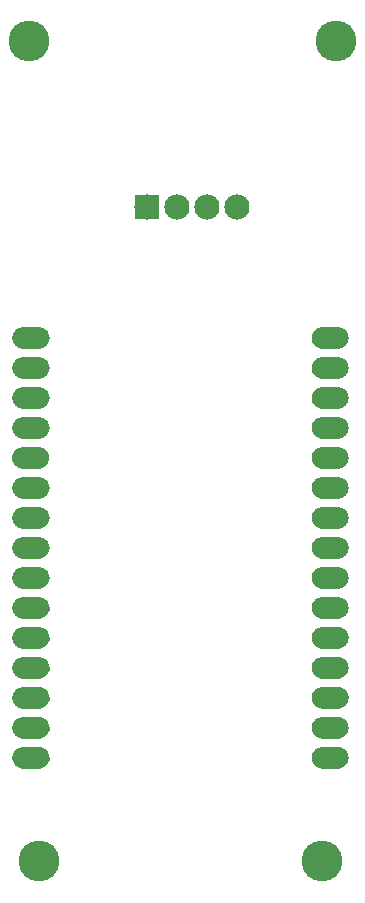
<source format=gts>
G04 MADE WITH FRITZING*
G04 WWW.FRITZING.ORG*
G04 DOUBLE SIDED*
G04 HOLES PLATED*
G04 CONTOUR ON CENTER OF CONTOUR VECTOR*
%ASAXBY*%
%FSLAX23Y23*%
%MOIN*%
%OFA0B0*%
%SFA1.0B1.0*%
%ADD10C,0.135984*%
%ADD11C,0.084000*%
%ADD12C,0.062000*%
%ADD13R,0.084000X0.084000*%
%ADD14R,0.001000X0.001000*%
%LNMASK1*%
G90*
G70*
G54D10*
X130Y2858D03*
X1154Y2858D03*
X162Y126D03*
X1107Y126D03*
G54D11*
X624Y2307D03*
X824Y2307D03*
X524Y2307D03*
X724Y2307D03*
G54D12*
X1135Y469D03*
X1135Y569D03*
X1135Y669D03*
X1135Y769D03*
X1135Y869D03*
X1135Y969D03*
X1135Y1069D03*
X1135Y1169D03*
X1135Y1269D03*
X1135Y1369D03*
X1135Y1469D03*
X1135Y1569D03*
X1135Y1669D03*
X1135Y1769D03*
X1135Y1869D03*
X135Y1869D03*
X135Y1769D03*
X135Y1669D03*
X135Y1569D03*
X135Y1469D03*
X135Y1369D03*
X135Y1269D03*
X135Y1169D03*
X135Y1069D03*
X135Y969D03*
X135Y869D03*
X135Y769D03*
X135Y669D03*
X135Y569D03*
X135Y469D03*
G54D13*
X524Y2307D03*
G54D14*
X103Y1905D02*
X169Y1905D01*
X1101Y1905D02*
X1166Y1905D01*
X100Y1904D02*
X173Y1904D01*
X1097Y1904D02*
X1170Y1904D01*
X97Y1903D02*
X175Y1903D01*
X1094Y1903D02*
X1173Y1903D01*
X95Y1902D02*
X178Y1902D01*
X1092Y1902D02*
X1175Y1902D01*
X93Y1901D02*
X180Y1901D01*
X1090Y1901D02*
X1177Y1901D01*
X91Y1900D02*
X181Y1900D01*
X1088Y1900D02*
X1178Y1900D01*
X90Y1899D02*
X183Y1899D01*
X1087Y1899D02*
X1180Y1899D01*
X88Y1898D02*
X184Y1898D01*
X1086Y1898D02*
X1181Y1898D01*
X87Y1897D02*
X185Y1897D01*
X1084Y1897D02*
X1183Y1897D01*
X86Y1896D02*
X186Y1896D01*
X1083Y1896D02*
X1184Y1896D01*
X85Y1895D02*
X188Y1895D01*
X1082Y1895D02*
X1185Y1895D01*
X84Y1894D02*
X188Y1894D01*
X1081Y1894D02*
X1186Y1894D01*
X83Y1893D02*
X189Y1893D01*
X1080Y1893D02*
X1186Y1893D01*
X83Y1892D02*
X190Y1892D01*
X1080Y1892D02*
X1187Y1892D01*
X82Y1891D02*
X191Y1891D01*
X1079Y1891D02*
X1188Y1891D01*
X81Y1890D02*
X191Y1890D01*
X1078Y1890D02*
X1189Y1890D01*
X81Y1889D02*
X192Y1889D01*
X1078Y1889D02*
X1189Y1889D01*
X80Y1888D02*
X193Y1888D01*
X1077Y1888D02*
X1190Y1888D01*
X79Y1887D02*
X193Y1887D01*
X1076Y1887D02*
X1190Y1887D01*
X79Y1886D02*
X194Y1886D01*
X1076Y1886D02*
X1191Y1886D01*
X78Y1885D02*
X194Y1885D01*
X1076Y1885D02*
X1191Y1885D01*
X78Y1884D02*
X195Y1884D01*
X1075Y1884D02*
X1192Y1884D01*
X78Y1883D02*
X195Y1883D01*
X1075Y1883D02*
X1192Y1883D01*
X77Y1882D02*
X195Y1882D01*
X1074Y1882D02*
X1193Y1882D01*
X77Y1881D02*
X196Y1881D01*
X1074Y1881D02*
X1193Y1881D01*
X76Y1880D02*
X196Y1880D01*
X1074Y1880D02*
X1193Y1880D01*
X76Y1879D02*
X196Y1879D01*
X1073Y1879D02*
X1194Y1879D01*
X76Y1878D02*
X197Y1878D01*
X1073Y1878D02*
X1194Y1878D01*
X76Y1877D02*
X197Y1877D01*
X1073Y1877D02*
X1194Y1877D01*
X75Y1876D02*
X197Y1876D01*
X1073Y1876D02*
X1194Y1876D01*
X75Y1875D02*
X133Y1875D01*
X140Y1875D02*
X197Y1875D01*
X1072Y1875D02*
X1129Y1875D01*
X1136Y1875D02*
X1194Y1875D01*
X75Y1874D02*
X131Y1874D01*
X141Y1874D02*
X197Y1874D01*
X1072Y1874D02*
X1128Y1874D01*
X1138Y1874D02*
X1195Y1874D01*
X75Y1873D02*
X131Y1873D01*
X142Y1873D02*
X198Y1873D01*
X1072Y1873D02*
X1127Y1873D01*
X1138Y1873D02*
X1195Y1873D01*
X75Y1872D02*
X130Y1872D01*
X143Y1872D02*
X198Y1872D01*
X1072Y1872D02*
X1126Y1872D01*
X1139Y1872D02*
X1195Y1872D01*
X75Y1871D02*
X130Y1871D01*
X143Y1871D02*
X198Y1871D01*
X1072Y1871D02*
X1126Y1871D01*
X1139Y1871D02*
X1195Y1871D01*
X75Y1870D02*
X130Y1870D01*
X143Y1870D02*
X198Y1870D01*
X1072Y1870D02*
X1126Y1870D01*
X1139Y1870D02*
X1195Y1870D01*
X75Y1869D02*
X130Y1869D01*
X143Y1869D02*
X198Y1869D01*
X1072Y1869D02*
X1126Y1869D01*
X1139Y1869D02*
X1195Y1869D01*
X75Y1868D02*
X130Y1868D01*
X143Y1868D02*
X198Y1868D01*
X1072Y1868D02*
X1126Y1868D01*
X1139Y1868D02*
X1195Y1868D01*
X75Y1867D02*
X130Y1867D01*
X142Y1867D02*
X198Y1867D01*
X1072Y1867D02*
X1127Y1867D01*
X1139Y1867D02*
X1195Y1867D01*
X75Y1866D02*
X131Y1866D01*
X142Y1866D02*
X197Y1866D01*
X1072Y1866D02*
X1127Y1866D01*
X1138Y1866D02*
X1195Y1866D01*
X75Y1865D02*
X132Y1865D01*
X140Y1865D02*
X197Y1865D01*
X1072Y1865D02*
X1129Y1865D01*
X1137Y1865D02*
X1194Y1865D01*
X75Y1864D02*
X134Y1864D01*
X138Y1864D02*
X197Y1864D01*
X1073Y1864D02*
X1131Y1864D01*
X1135Y1864D02*
X1194Y1864D01*
X76Y1863D02*
X197Y1863D01*
X1073Y1863D02*
X1194Y1863D01*
X76Y1862D02*
X197Y1862D01*
X1073Y1862D02*
X1194Y1862D01*
X76Y1861D02*
X196Y1861D01*
X1073Y1861D02*
X1194Y1861D01*
X76Y1860D02*
X196Y1860D01*
X1074Y1860D02*
X1193Y1860D01*
X77Y1859D02*
X196Y1859D01*
X1074Y1859D02*
X1193Y1859D01*
X77Y1858D02*
X195Y1858D01*
X1074Y1858D02*
X1193Y1858D01*
X77Y1857D02*
X195Y1857D01*
X1075Y1857D02*
X1192Y1857D01*
X78Y1856D02*
X195Y1856D01*
X1075Y1856D02*
X1192Y1856D01*
X78Y1855D02*
X194Y1855D01*
X1075Y1855D02*
X1191Y1855D01*
X79Y1854D02*
X194Y1854D01*
X1076Y1854D02*
X1191Y1854D01*
X79Y1853D02*
X193Y1853D01*
X1076Y1853D02*
X1190Y1853D01*
X80Y1852D02*
X193Y1852D01*
X1077Y1852D02*
X1190Y1852D01*
X80Y1851D02*
X192Y1851D01*
X1078Y1851D02*
X1189Y1851D01*
X81Y1850D02*
X192Y1850D01*
X1078Y1850D02*
X1189Y1850D01*
X82Y1849D02*
X191Y1849D01*
X1079Y1849D02*
X1188Y1849D01*
X82Y1848D02*
X190Y1848D01*
X1080Y1848D02*
X1187Y1848D01*
X83Y1847D02*
X189Y1847D01*
X1080Y1847D02*
X1187Y1847D01*
X84Y1846D02*
X189Y1846D01*
X1081Y1846D02*
X1186Y1846D01*
X85Y1845D02*
X188Y1845D01*
X1082Y1845D02*
X1185Y1845D01*
X86Y1844D02*
X187Y1844D01*
X1083Y1844D02*
X1184Y1844D01*
X87Y1843D02*
X186Y1843D01*
X1084Y1843D02*
X1183Y1843D01*
X88Y1842D02*
X184Y1842D01*
X1085Y1842D02*
X1181Y1842D01*
X90Y1841D02*
X183Y1841D01*
X1087Y1841D02*
X1180Y1841D01*
X91Y1840D02*
X181Y1840D01*
X1088Y1840D02*
X1179Y1840D01*
X93Y1839D02*
X180Y1839D01*
X1090Y1839D02*
X1177Y1839D01*
X95Y1838D02*
X178Y1838D01*
X1092Y1838D02*
X1175Y1838D01*
X97Y1837D02*
X176Y1837D01*
X1094Y1837D02*
X1173Y1837D01*
X99Y1836D02*
X173Y1836D01*
X1097Y1836D02*
X1170Y1836D01*
X103Y1835D02*
X170Y1835D01*
X1100Y1835D02*
X1167Y1835D01*
X110Y1834D02*
X163Y1834D01*
X1107Y1834D02*
X1160Y1834D01*
X103Y1805D02*
X169Y1805D01*
X1100Y1805D02*
X1166Y1805D01*
X100Y1804D02*
X173Y1804D01*
X1097Y1804D02*
X1170Y1804D01*
X97Y1803D02*
X175Y1803D01*
X1094Y1803D02*
X1173Y1803D01*
X95Y1802D02*
X178Y1802D01*
X1092Y1802D02*
X1175Y1802D01*
X93Y1801D02*
X180Y1801D01*
X1090Y1801D02*
X1177Y1801D01*
X91Y1800D02*
X181Y1800D01*
X1088Y1800D02*
X1178Y1800D01*
X90Y1799D02*
X183Y1799D01*
X1087Y1799D02*
X1180Y1799D01*
X88Y1798D02*
X184Y1798D01*
X1086Y1798D02*
X1181Y1798D01*
X87Y1797D02*
X185Y1797D01*
X1084Y1797D02*
X1183Y1797D01*
X86Y1796D02*
X187Y1796D01*
X1083Y1796D02*
X1184Y1796D01*
X85Y1795D02*
X188Y1795D01*
X1082Y1795D02*
X1185Y1795D01*
X84Y1794D02*
X188Y1794D01*
X1081Y1794D02*
X1186Y1794D01*
X83Y1793D02*
X189Y1793D01*
X1080Y1793D02*
X1187Y1793D01*
X82Y1792D02*
X190Y1792D01*
X1080Y1792D02*
X1187Y1792D01*
X82Y1791D02*
X191Y1791D01*
X1079Y1791D02*
X1188Y1791D01*
X81Y1790D02*
X191Y1790D01*
X1078Y1790D02*
X1189Y1790D01*
X80Y1789D02*
X192Y1789D01*
X1078Y1789D02*
X1189Y1789D01*
X80Y1788D02*
X193Y1788D01*
X1077Y1788D02*
X1190Y1788D01*
X79Y1787D02*
X193Y1787D01*
X1076Y1787D02*
X1190Y1787D01*
X79Y1786D02*
X194Y1786D01*
X1076Y1786D02*
X1191Y1786D01*
X78Y1785D02*
X194Y1785D01*
X1076Y1785D02*
X1191Y1785D01*
X78Y1784D02*
X195Y1784D01*
X1075Y1784D02*
X1192Y1784D01*
X78Y1783D02*
X195Y1783D01*
X1075Y1783D02*
X1192Y1783D01*
X77Y1782D02*
X195Y1782D01*
X1074Y1782D02*
X1193Y1782D01*
X77Y1781D02*
X196Y1781D01*
X1074Y1781D02*
X1193Y1781D01*
X76Y1780D02*
X196Y1780D01*
X1074Y1780D02*
X1193Y1780D01*
X76Y1779D02*
X196Y1779D01*
X1073Y1779D02*
X1194Y1779D01*
X76Y1778D02*
X197Y1778D01*
X1073Y1778D02*
X1194Y1778D01*
X76Y1777D02*
X197Y1777D01*
X1073Y1777D02*
X1194Y1777D01*
X75Y1776D02*
X197Y1776D01*
X1073Y1776D02*
X1194Y1776D01*
X75Y1775D02*
X133Y1775D01*
X140Y1775D02*
X197Y1775D01*
X1072Y1775D02*
X1129Y1775D01*
X1136Y1775D02*
X1194Y1775D01*
X75Y1774D02*
X131Y1774D01*
X141Y1774D02*
X197Y1774D01*
X1072Y1774D02*
X1128Y1774D01*
X1138Y1774D02*
X1195Y1774D01*
X75Y1773D02*
X131Y1773D01*
X142Y1773D02*
X198Y1773D01*
X1072Y1773D02*
X1127Y1773D01*
X1138Y1773D02*
X1195Y1773D01*
X75Y1772D02*
X130Y1772D01*
X143Y1772D02*
X198Y1772D01*
X1072Y1772D02*
X1126Y1772D01*
X1139Y1772D02*
X1195Y1772D01*
X75Y1771D02*
X130Y1771D01*
X143Y1771D02*
X198Y1771D01*
X1072Y1771D02*
X1126Y1771D01*
X1139Y1771D02*
X1195Y1771D01*
X75Y1770D02*
X130Y1770D01*
X143Y1770D02*
X198Y1770D01*
X1072Y1770D02*
X1126Y1770D01*
X1139Y1770D02*
X1195Y1770D01*
X75Y1769D02*
X130Y1769D01*
X143Y1769D02*
X198Y1769D01*
X1072Y1769D02*
X1126Y1769D01*
X1139Y1769D02*
X1195Y1769D01*
X75Y1768D02*
X130Y1768D01*
X143Y1768D02*
X198Y1768D01*
X1072Y1768D02*
X1126Y1768D01*
X1139Y1768D02*
X1195Y1768D01*
X75Y1767D02*
X130Y1767D01*
X142Y1767D02*
X198Y1767D01*
X1072Y1767D02*
X1127Y1767D01*
X1139Y1767D02*
X1195Y1767D01*
X75Y1766D02*
X131Y1766D01*
X142Y1766D02*
X197Y1766D01*
X1072Y1766D02*
X1127Y1766D01*
X1138Y1766D02*
X1195Y1766D01*
X75Y1765D02*
X132Y1765D01*
X140Y1765D02*
X197Y1765D01*
X1072Y1765D02*
X1129Y1765D01*
X1137Y1765D02*
X1194Y1765D01*
X75Y1764D02*
X134Y1764D01*
X138Y1764D02*
X197Y1764D01*
X1073Y1764D02*
X1131Y1764D01*
X1135Y1764D02*
X1194Y1764D01*
X76Y1763D02*
X197Y1763D01*
X1073Y1763D02*
X1194Y1763D01*
X76Y1762D02*
X197Y1762D01*
X1073Y1762D02*
X1194Y1762D01*
X76Y1761D02*
X196Y1761D01*
X1073Y1761D02*
X1194Y1761D01*
X76Y1760D02*
X196Y1760D01*
X1074Y1760D02*
X1193Y1760D01*
X77Y1759D02*
X196Y1759D01*
X1074Y1759D02*
X1193Y1759D01*
X77Y1758D02*
X195Y1758D01*
X1074Y1758D02*
X1193Y1758D01*
X77Y1757D02*
X195Y1757D01*
X1075Y1757D02*
X1192Y1757D01*
X78Y1756D02*
X195Y1756D01*
X1075Y1756D02*
X1192Y1756D01*
X78Y1755D02*
X194Y1755D01*
X1075Y1755D02*
X1191Y1755D01*
X79Y1754D02*
X194Y1754D01*
X1076Y1754D02*
X1191Y1754D01*
X79Y1753D02*
X193Y1753D01*
X1076Y1753D02*
X1190Y1753D01*
X80Y1752D02*
X193Y1752D01*
X1077Y1752D02*
X1190Y1752D01*
X80Y1751D02*
X192Y1751D01*
X1078Y1751D02*
X1189Y1751D01*
X81Y1750D02*
X192Y1750D01*
X1078Y1750D02*
X1189Y1750D01*
X82Y1749D02*
X191Y1749D01*
X1079Y1749D02*
X1188Y1749D01*
X82Y1748D02*
X190Y1748D01*
X1080Y1748D02*
X1187Y1748D01*
X83Y1747D02*
X189Y1747D01*
X1080Y1747D02*
X1187Y1747D01*
X84Y1746D02*
X189Y1746D01*
X1081Y1746D02*
X1186Y1746D01*
X85Y1745D02*
X188Y1745D01*
X1082Y1745D02*
X1185Y1745D01*
X86Y1744D02*
X187Y1744D01*
X1083Y1744D02*
X1184Y1744D01*
X87Y1743D02*
X185Y1743D01*
X1084Y1743D02*
X1183Y1743D01*
X88Y1742D02*
X184Y1742D01*
X1085Y1742D02*
X1181Y1742D01*
X90Y1741D02*
X183Y1741D01*
X1087Y1741D02*
X1180Y1741D01*
X91Y1740D02*
X181Y1740D01*
X1088Y1740D02*
X1179Y1740D01*
X93Y1739D02*
X180Y1739D01*
X1090Y1739D02*
X1177Y1739D01*
X95Y1738D02*
X178Y1738D01*
X1092Y1738D02*
X1175Y1738D01*
X97Y1737D02*
X176Y1737D01*
X1094Y1737D02*
X1173Y1737D01*
X100Y1736D02*
X173Y1736D01*
X1097Y1736D02*
X1170Y1736D01*
X103Y1735D02*
X170Y1735D01*
X1100Y1735D02*
X1167Y1735D01*
X110Y1734D02*
X162Y1734D01*
X1108Y1734D02*
X1159Y1734D01*
X103Y1705D02*
X169Y1705D01*
X1100Y1705D02*
X1167Y1705D01*
X100Y1704D02*
X173Y1704D01*
X1097Y1704D02*
X1170Y1704D01*
X97Y1703D02*
X176Y1703D01*
X1094Y1703D02*
X1173Y1703D01*
X95Y1702D02*
X178Y1702D01*
X1092Y1702D02*
X1175Y1702D01*
X93Y1701D02*
X180Y1701D01*
X1090Y1701D02*
X1177Y1701D01*
X91Y1700D02*
X181Y1700D01*
X1088Y1700D02*
X1178Y1700D01*
X90Y1699D02*
X183Y1699D01*
X1087Y1699D02*
X1180Y1699D01*
X88Y1698D02*
X184Y1698D01*
X1086Y1698D02*
X1181Y1698D01*
X87Y1697D02*
X185Y1697D01*
X1084Y1697D02*
X1183Y1697D01*
X86Y1696D02*
X187Y1696D01*
X1083Y1696D02*
X1184Y1696D01*
X85Y1695D02*
X188Y1695D01*
X1082Y1695D02*
X1185Y1695D01*
X84Y1694D02*
X188Y1694D01*
X1081Y1694D02*
X1186Y1694D01*
X83Y1693D02*
X189Y1693D01*
X1080Y1693D02*
X1186Y1693D01*
X82Y1692D02*
X190Y1692D01*
X1080Y1692D02*
X1187Y1692D01*
X82Y1691D02*
X191Y1691D01*
X1079Y1691D02*
X1188Y1691D01*
X81Y1690D02*
X192Y1690D01*
X1078Y1690D02*
X1189Y1690D01*
X80Y1689D02*
X192Y1689D01*
X1078Y1689D02*
X1189Y1689D01*
X80Y1688D02*
X193Y1688D01*
X1077Y1688D02*
X1190Y1688D01*
X79Y1687D02*
X193Y1687D01*
X1076Y1687D02*
X1190Y1687D01*
X79Y1686D02*
X194Y1686D01*
X1076Y1686D02*
X1191Y1686D01*
X78Y1685D02*
X194Y1685D01*
X1076Y1685D02*
X1191Y1685D01*
X78Y1684D02*
X195Y1684D01*
X1075Y1684D02*
X1192Y1684D01*
X77Y1683D02*
X195Y1683D01*
X1075Y1683D02*
X1192Y1683D01*
X77Y1682D02*
X195Y1682D01*
X1074Y1682D02*
X1193Y1682D01*
X77Y1681D02*
X196Y1681D01*
X1074Y1681D02*
X1193Y1681D01*
X76Y1680D02*
X196Y1680D01*
X1074Y1680D02*
X1193Y1680D01*
X76Y1679D02*
X196Y1679D01*
X1073Y1679D02*
X1194Y1679D01*
X76Y1678D02*
X197Y1678D01*
X1073Y1678D02*
X1194Y1678D01*
X76Y1677D02*
X197Y1677D01*
X1073Y1677D02*
X1194Y1677D01*
X75Y1676D02*
X197Y1676D01*
X1073Y1676D02*
X1194Y1676D01*
X75Y1675D02*
X132Y1675D01*
X140Y1675D02*
X197Y1675D01*
X1072Y1675D02*
X1129Y1675D01*
X1137Y1675D02*
X1194Y1675D01*
X75Y1674D02*
X131Y1674D01*
X141Y1674D02*
X197Y1674D01*
X1072Y1674D02*
X1128Y1674D01*
X1138Y1674D02*
X1195Y1674D01*
X75Y1673D02*
X130Y1673D01*
X142Y1673D02*
X198Y1673D01*
X1072Y1673D02*
X1127Y1673D01*
X1138Y1673D02*
X1195Y1673D01*
X75Y1672D02*
X130Y1672D01*
X143Y1672D02*
X198Y1672D01*
X1072Y1672D02*
X1126Y1672D01*
X1139Y1672D02*
X1195Y1672D01*
X75Y1671D02*
X130Y1671D01*
X143Y1671D02*
X198Y1671D01*
X1072Y1671D02*
X1126Y1671D01*
X1139Y1671D02*
X1195Y1671D01*
X75Y1670D02*
X130Y1670D01*
X143Y1670D02*
X198Y1670D01*
X1072Y1670D02*
X1126Y1670D01*
X1139Y1670D02*
X1195Y1670D01*
X75Y1669D02*
X130Y1669D01*
X143Y1669D02*
X198Y1669D01*
X1072Y1669D02*
X1126Y1669D01*
X1139Y1669D02*
X1195Y1669D01*
X75Y1668D02*
X130Y1668D01*
X143Y1668D02*
X198Y1668D01*
X1072Y1668D02*
X1126Y1668D01*
X1139Y1668D02*
X1195Y1668D01*
X75Y1667D02*
X130Y1667D01*
X142Y1667D02*
X198Y1667D01*
X1072Y1667D02*
X1127Y1667D01*
X1139Y1667D02*
X1195Y1667D01*
X75Y1666D02*
X131Y1666D01*
X142Y1666D02*
X197Y1666D01*
X1072Y1666D02*
X1127Y1666D01*
X1138Y1666D02*
X1195Y1666D01*
X75Y1665D02*
X132Y1665D01*
X140Y1665D02*
X197Y1665D01*
X1072Y1665D02*
X1129Y1665D01*
X1137Y1665D02*
X1194Y1665D01*
X75Y1664D02*
X135Y1664D01*
X138Y1664D02*
X197Y1664D01*
X1073Y1664D02*
X1131Y1664D01*
X1134Y1664D02*
X1194Y1664D01*
X76Y1663D02*
X197Y1663D01*
X1073Y1663D02*
X1194Y1663D01*
X76Y1662D02*
X197Y1662D01*
X1073Y1662D02*
X1194Y1662D01*
X76Y1661D02*
X196Y1661D01*
X1073Y1661D02*
X1194Y1661D01*
X76Y1660D02*
X196Y1660D01*
X1074Y1660D02*
X1193Y1660D01*
X77Y1659D02*
X196Y1659D01*
X1074Y1659D02*
X1193Y1659D01*
X77Y1658D02*
X195Y1658D01*
X1074Y1658D02*
X1193Y1658D01*
X77Y1657D02*
X195Y1657D01*
X1075Y1657D02*
X1192Y1657D01*
X78Y1656D02*
X195Y1656D01*
X1075Y1656D02*
X1192Y1656D01*
X78Y1655D02*
X194Y1655D01*
X1075Y1655D02*
X1191Y1655D01*
X79Y1654D02*
X194Y1654D01*
X1076Y1654D02*
X1191Y1654D01*
X79Y1653D02*
X193Y1653D01*
X1076Y1653D02*
X1190Y1653D01*
X80Y1652D02*
X193Y1652D01*
X1077Y1652D02*
X1190Y1652D01*
X80Y1651D02*
X192Y1651D01*
X1078Y1651D02*
X1189Y1651D01*
X81Y1650D02*
X192Y1650D01*
X1078Y1650D02*
X1189Y1650D01*
X82Y1649D02*
X191Y1649D01*
X1079Y1649D02*
X1188Y1649D01*
X82Y1648D02*
X190Y1648D01*
X1080Y1648D02*
X1187Y1648D01*
X83Y1647D02*
X189Y1647D01*
X1080Y1647D02*
X1187Y1647D01*
X84Y1646D02*
X188Y1646D01*
X1081Y1646D02*
X1186Y1646D01*
X85Y1645D02*
X188Y1645D01*
X1082Y1645D02*
X1185Y1645D01*
X86Y1644D02*
X187Y1644D01*
X1083Y1644D02*
X1184Y1644D01*
X87Y1643D02*
X185Y1643D01*
X1084Y1643D02*
X1183Y1643D01*
X88Y1642D02*
X184Y1642D01*
X1085Y1642D02*
X1181Y1642D01*
X90Y1641D02*
X183Y1641D01*
X1087Y1641D02*
X1180Y1641D01*
X91Y1640D02*
X181Y1640D01*
X1088Y1640D02*
X1179Y1640D01*
X93Y1639D02*
X180Y1639D01*
X1090Y1639D02*
X1177Y1639D01*
X95Y1638D02*
X178Y1638D01*
X1092Y1638D02*
X1175Y1638D01*
X97Y1637D02*
X176Y1637D01*
X1094Y1637D02*
X1173Y1637D01*
X100Y1636D02*
X173Y1636D01*
X1097Y1636D02*
X1170Y1636D01*
X103Y1635D02*
X170Y1635D01*
X1100Y1635D02*
X1167Y1635D01*
X103Y1605D02*
X170Y1605D01*
X1100Y1605D02*
X1167Y1605D01*
X100Y1604D02*
X173Y1604D01*
X1097Y1604D02*
X1170Y1604D01*
X97Y1603D02*
X176Y1603D01*
X1094Y1603D02*
X1173Y1603D01*
X95Y1602D02*
X178Y1602D01*
X1092Y1602D02*
X1175Y1602D01*
X93Y1601D02*
X180Y1601D01*
X1090Y1601D02*
X1177Y1601D01*
X91Y1600D02*
X181Y1600D01*
X1088Y1600D02*
X1179Y1600D01*
X90Y1599D02*
X183Y1599D01*
X1087Y1599D02*
X1180Y1599D01*
X88Y1598D02*
X184Y1598D01*
X1085Y1598D02*
X1181Y1598D01*
X87Y1597D02*
X185Y1597D01*
X1084Y1597D02*
X1183Y1597D01*
X86Y1596D02*
X187Y1596D01*
X1083Y1596D02*
X1184Y1596D01*
X85Y1595D02*
X188Y1595D01*
X1082Y1595D02*
X1185Y1595D01*
X84Y1594D02*
X188Y1594D01*
X1081Y1594D02*
X1186Y1594D01*
X83Y1593D02*
X189Y1593D01*
X1080Y1593D02*
X1187Y1593D01*
X82Y1592D02*
X190Y1592D01*
X1080Y1592D02*
X1187Y1592D01*
X82Y1591D02*
X191Y1591D01*
X1079Y1591D02*
X1188Y1591D01*
X81Y1590D02*
X192Y1590D01*
X1078Y1590D02*
X1189Y1590D01*
X80Y1589D02*
X192Y1589D01*
X1078Y1589D02*
X1189Y1589D01*
X80Y1588D02*
X193Y1588D01*
X1077Y1588D02*
X1190Y1588D01*
X79Y1587D02*
X193Y1587D01*
X1076Y1587D02*
X1190Y1587D01*
X79Y1586D02*
X194Y1586D01*
X1076Y1586D02*
X1191Y1586D01*
X78Y1585D02*
X194Y1585D01*
X1075Y1585D02*
X1191Y1585D01*
X78Y1584D02*
X195Y1584D01*
X1075Y1584D02*
X1192Y1584D01*
X77Y1583D02*
X195Y1583D01*
X1075Y1583D02*
X1192Y1583D01*
X77Y1582D02*
X195Y1582D01*
X1074Y1582D02*
X1193Y1582D01*
X77Y1581D02*
X196Y1581D01*
X1074Y1581D02*
X1193Y1581D01*
X76Y1580D02*
X196Y1580D01*
X1074Y1580D02*
X1193Y1580D01*
X76Y1579D02*
X196Y1579D01*
X1073Y1579D02*
X1194Y1579D01*
X76Y1578D02*
X197Y1578D01*
X1073Y1578D02*
X1194Y1578D01*
X76Y1577D02*
X197Y1577D01*
X1073Y1577D02*
X1194Y1577D01*
X75Y1576D02*
X197Y1576D01*
X1073Y1576D02*
X1194Y1576D01*
X75Y1575D02*
X132Y1575D01*
X140Y1575D02*
X197Y1575D01*
X1072Y1575D02*
X1129Y1575D01*
X1137Y1575D02*
X1194Y1575D01*
X75Y1574D02*
X131Y1574D01*
X142Y1574D02*
X197Y1574D01*
X1072Y1574D02*
X1127Y1574D01*
X1138Y1574D02*
X1195Y1574D01*
X75Y1573D02*
X130Y1573D01*
X142Y1573D02*
X198Y1573D01*
X1072Y1573D02*
X1127Y1573D01*
X1139Y1573D02*
X1195Y1573D01*
X75Y1572D02*
X130Y1572D01*
X143Y1572D02*
X198Y1572D01*
X1072Y1572D02*
X1126Y1572D01*
X1139Y1572D02*
X1195Y1572D01*
X75Y1571D02*
X130Y1571D01*
X143Y1571D02*
X198Y1571D01*
X1072Y1571D02*
X1126Y1571D01*
X1139Y1571D02*
X1195Y1571D01*
X75Y1570D02*
X130Y1570D01*
X143Y1570D02*
X198Y1570D01*
X1072Y1570D02*
X1126Y1570D01*
X1140Y1570D02*
X1195Y1570D01*
X75Y1569D02*
X130Y1569D01*
X143Y1569D02*
X198Y1569D01*
X1072Y1569D02*
X1126Y1569D01*
X1139Y1569D02*
X1195Y1569D01*
X75Y1568D02*
X130Y1568D01*
X143Y1568D02*
X198Y1568D01*
X1072Y1568D02*
X1126Y1568D01*
X1139Y1568D02*
X1195Y1568D01*
X75Y1567D02*
X130Y1567D01*
X142Y1567D02*
X198Y1567D01*
X1072Y1567D02*
X1127Y1567D01*
X1139Y1567D02*
X1195Y1567D01*
X75Y1566D02*
X131Y1566D01*
X142Y1566D02*
X197Y1566D01*
X1072Y1566D02*
X1127Y1566D01*
X1138Y1566D02*
X1195Y1566D01*
X75Y1565D02*
X132Y1565D01*
X140Y1565D02*
X197Y1565D01*
X1072Y1565D02*
X1129Y1565D01*
X1137Y1565D02*
X1194Y1565D01*
X75Y1564D02*
X135Y1564D01*
X137Y1564D02*
X197Y1564D01*
X1073Y1564D02*
X1132Y1564D01*
X1134Y1564D02*
X1194Y1564D01*
X76Y1563D02*
X197Y1563D01*
X1073Y1563D02*
X1194Y1563D01*
X76Y1562D02*
X197Y1562D01*
X1073Y1562D02*
X1194Y1562D01*
X76Y1561D02*
X196Y1561D01*
X1073Y1561D02*
X1194Y1561D01*
X76Y1560D02*
X196Y1560D01*
X1074Y1560D02*
X1193Y1560D01*
X77Y1559D02*
X196Y1559D01*
X1074Y1559D02*
X1193Y1559D01*
X77Y1558D02*
X195Y1558D01*
X1074Y1558D02*
X1193Y1558D01*
X77Y1557D02*
X195Y1557D01*
X1075Y1557D02*
X1192Y1557D01*
X78Y1556D02*
X195Y1556D01*
X1075Y1556D02*
X1192Y1556D01*
X78Y1555D02*
X194Y1555D01*
X1076Y1555D02*
X1191Y1555D01*
X79Y1554D02*
X194Y1554D01*
X1076Y1554D02*
X1191Y1554D01*
X79Y1553D02*
X193Y1553D01*
X1076Y1553D02*
X1190Y1553D01*
X80Y1552D02*
X193Y1552D01*
X1077Y1552D02*
X1190Y1552D01*
X80Y1551D02*
X192Y1551D01*
X1078Y1551D02*
X1189Y1551D01*
X81Y1550D02*
X192Y1550D01*
X1078Y1550D02*
X1189Y1550D01*
X82Y1549D02*
X191Y1549D01*
X1079Y1549D02*
X1188Y1549D01*
X82Y1548D02*
X190Y1548D01*
X1080Y1548D02*
X1187Y1548D01*
X83Y1547D02*
X189Y1547D01*
X1080Y1547D02*
X1187Y1547D01*
X84Y1546D02*
X188Y1546D01*
X1081Y1546D02*
X1186Y1546D01*
X85Y1545D02*
X188Y1545D01*
X1082Y1545D02*
X1185Y1545D01*
X86Y1544D02*
X187Y1544D01*
X1083Y1544D02*
X1184Y1544D01*
X87Y1543D02*
X185Y1543D01*
X1084Y1543D02*
X1183Y1543D01*
X88Y1542D02*
X184Y1542D01*
X1086Y1542D02*
X1181Y1542D01*
X90Y1541D02*
X183Y1541D01*
X1087Y1541D02*
X1180Y1541D01*
X91Y1540D02*
X181Y1540D01*
X1088Y1540D02*
X1179Y1540D01*
X93Y1539D02*
X180Y1539D01*
X1090Y1539D02*
X1177Y1539D01*
X95Y1538D02*
X178Y1538D01*
X1092Y1538D02*
X1175Y1538D01*
X97Y1537D02*
X176Y1537D01*
X1094Y1537D02*
X1173Y1537D01*
X100Y1536D02*
X173Y1536D01*
X1097Y1536D02*
X1170Y1536D01*
X103Y1535D02*
X169Y1535D01*
X1100Y1535D02*
X1167Y1535D01*
X109Y1506D02*
X161Y1506D01*
X1108Y1506D02*
X1159Y1506D01*
X102Y1505D02*
X169Y1505D01*
X1100Y1505D02*
X1167Y1505D01*
X98Y1504D02*
X172Y1504D01*
X1097Y1504D02*
X1170Y1504D01*
X96Y1503D02*
X175Y1503D01*
X1094Y1503D02*
X1173Y1503D01*
X94Y1502D02*
X177Y1502D01*
X1092Y1502D02*
X1175Y1502D01*
X92Y1501D02*
X179Y1501D01*
X1090Y1501D02*
X1177Y1501D01*
X90Y1500D02*
X180Y1500D01*
X1088Y1500D02*
X1179Y1500D01*
X89Y1499D02*
X182Y1499D01*
X1087Y1499D02*
X1180Y1499D01*
X87Y1498D02*
X183Y1498D01*
X1085Y1498D02*
X1181Y1498D01*
X86Y1497D02*
X184Y1497D01*
X1084Y1497D02*
X1183Y1497D01*
X85Y1496D02*
X186Y1496D01*
X1083Y1496D02*
X1184Y1496D01*
X84Y1495D02*
X187Y1495D01*
X1082Y1495D02*
X1185Y1495D01*
X83Y1494D02*
X187Y1494D01*
X1081Y1494D02*
X1186Y1494D01*
X82Y1493D02*
X188Y1493D01*
X1080Y1493D02*
X1187Y1493D01*
X81Y1492D02*
X189Y1492D01*
X1080Y1492D02*
X1187Y1492D01*
X81Y1491D02*
X190Y1491D01*
X1079Y1491D02*
X1188Y1491D01*
X80Y1490D02*
X191Y1490D01*
X1078Y1490D02*
X1189Y1490D01*
X79Y1489D02*
X191Y1489D01*
X1078Y1489D02*
X1189Y1489D01*
X79Y1488D02*
X192Y1488D01*
X1077Y1488D02*
X1190Y1488D01*
X78Y1487D02*
X192Y1487D01*
X1076Y1487D02*
X1190Y1487D01*
X78Y1486D02*
X193Y1486D01*
X1076Y1486D02*
X1191Y1486D01*
X77Y1485D02*
X193Y1485D01*
X1075Y1485D02*
X1191Y1485D01*
X77Y1484D02*
X194Y1484D01*
X1075Y1484D02*
X1192Y1484D01*
X76Y1483D02*
X194Y1483D01*
X1075Y1483D02*
X1192Y1483D01*
X76Y1482D02*
X194Y1482D01*
X1074Y1482D02*
X1193Y1482D01*
X76Y1481D02*
X195Y1481D01*
X1074Y1481D02*
X1193Y1481D01*
X75Y1480D02*
X195Y1480D01*
X1074Y1480D02*
X1193Y1480D01*
X75Y1479D02*
X195Y1479D01*
X1073Y1479D02*
X1194Y1479D01*
X75Y1478D02*
X196Y1478D01*
X1073Y1478D02*
X1194Y1478D01*
X75Y1477D02*
X196Y1477D01*
X1073Y1477D02*
X1194Y1477D01*
X74Y1476D02*
X196Y1476D01*
X1073Y1476D02*
X1194Y1476D01*
X74Y1475D02*
X132Y1475D01*
X139Y1475D02*
X196Y1475D01*
X1072Y1475D02*
X1129Y1475D01*
X1136Y1475D02*
X1194Y1475D01*
X74Y1474D02*
X130Y1474D01*
X140Y1474D02*
X196Y1474D01*
X1072Y1474D02*
X1128Y1474D01*
X1138Y1474D02*
X1195Y1474D01*
X74Y1473D02*
X130Y1473D01*
X141Y1473D02*
X197Y1473D01*
X1072Y1473D02*
X1127Y1473D01*
X1138Y1473D02*
X1195Y1473D01*
X74Y1472D02*
X129Y1472D01*
X142Y1472D02*
X197Y1472D01*
X1072Y1472D02*
X1126Y1472D01*
X1139Y1472D02*
X1195Y1472D01*
X74Y1471D02*
X129Y1471D01*
X142Y1471D02*
X197Y1471D01*
X1072Y1471D02*
X1126Y1471D01*
X1139Y1471D02*
X1195Y1471D01*
X74Y1470D02*
X129Y1470D01*
X142Y1470D02*
X197Y1470D01*
X1072Y1470D02*
X1126Y1470D01*
X1139Y1470D02*
X1195Y1470D01*
X74Y1469D02*
X129Y1469D01*
X142Y1469D02*
X197Y1469D01*
X1072Y1469D02*
X1126Y1469D01*
X1139Y1469D02*
X1195Y1469D01*
X74Y1468D02*
X129Y1468D01*
X142Y1468D02*
X197Y1468D01*
X1072Y1468D02*
X1126Y1468D01*
X1139Y1468D02*
X1195Y1468D01*
X74Y1467D02*
X130Y1467D01*
X141Y1467D02*
X197Y1467D01*
X1072Y1467D02*
X1127Y1467D01*
X1138Y1467D02*
X1195Y1467D01*
X74Y1466D02*
X130Y1466D01*
X140Y1466D02*
X196Y1466D01*
X1072Y1466D02*
X1128Y1466D01*
X1138Y1466D02*
X1195Y1466D01*
X74Y1465D02*
X132Y1465D01*
X139Y1465D02*
X196Y1465D01*
X1072Y1465D02*
X1129Y1465D01*
X1136Y1465D02*
X1194Y1465D01*
X74Y1464D02*
X196Y1464D01*
X1073Y1464D02*
X1194Y1464D01*
X75Y1463D02*
X196Y1463D01*
X1073Y1463D02*
X1194Y1463D01*
X75Y1462D02*
X196Y1462D01*
X1073Y1462D02*
X1194Y1462D01*
X75Y1461D02*
X195Y1461D01*
X1073Y1461D02*
X1194Y1461D01*
X75Y1460D02*
X195Y1460D01*
X1074Y1460D02*
X1193Y1460D01*
X76Y1459D02*
X195Y1459D01*
X1074Y1459D02*
X1193Y1459D01*
X76Y1458D02*
X194Y1458D01*
X1074Y1458D02*
X1193Y1458D01*
X76Y1457D02*
X194Y1457D01*
X1075Y1457D02*
X1192Y1457D01*
X77Y1456D02*
X194Y1456D01*
X1075Y1456D02*
X1192Y1456D01*
X77Y1455D02*
X193Y1455D01*
X1076Y1455D02*
X1191Y1455D01*
X78Y1454D02*
X193Y1454D01*
X1076Y1454D02*
X1191Y1454D01*
X78Y1453D02*
X192Y1453D01*
X1076Y1453D02*
X1190Y1453D01*
X79Y1452D02*
X192Y1452D01*
X1077Y1452D02*
X1190Y1452D01*
X79Y1451D02*
X191Y1451D01*
X1078Y1451D02*
X1189Y1451D01*
X80Y1450D02*
X190Y1450D01*
X1078Y1450D02*
X1189Y1450D01*
X81Y1449D02*
X190Y1449D01*
X1079Y1449D02*
X1188Y1449D01*
X81Y1448D02*
X189Y1448D01*
X1080Y1448D02*
X1187Y1448D01*
X82Y1447D02*
X188Y1447D01*
X1080Y1447D02*
X1186Y1447D01*
X83Y1446D02*
X187Y1446D01*
X1081Y1446D02*
X1186Y1446D01*
X84Y1445D02*
X187Y1445D01*
X1082Y1445D02*
X1185Y1445D01*
X85Y1444D02*
X185Y1444D01*
X1083Y1444D02*
X1184Y1444D01*
X86Y1443D02*
X184Y1443D01*
X1084Y1443D02*
X1183Y1443D01*
X87Y1442D02*
X183Y1442D01*
X1086Y1442D02*
X1181Y1442D01*
X89Y1441D02*
X182Y1441D01*
X1087Y1441D02*
X1180Y1441D01*
X90Y1440D02*
X180Y1440D01*
X1088Y1440D02*
X1178Y1440D01*
X92Y1439D02*
X179Y1439D01*
X1090Y1439D02*
X1177Y1439D01*
X94Y1438D02*
X177Y1438D01*
X1092Y1438D02*
X1175Y1438D01*
X96Y1437D02*
X174Y1437D01*
X1094Y1437D02*
X1173Y1437D01*
X99Y1436D02*
X172Y1436D01*
X1097Y1436D02*
X1170Y1436D01*
X102Y1435D02*
X168Y1435D01*
X1100Y1435D02*
X1166Y1435D01*
X110Y1406D02*
X163Y1406D01*
X1107Y1406D02*
X1160Y1406D01*
X103Y1405D02*
X170Y1405D01*
X1100Y1405D02*
X1167Y1405D01*
X99Y1404D02*
X173Y1404D01*
X1097Y1404D02*
X1170Y1404D01*
X97Y1403D02*
X176Y1403D01*
X1094Y1403D02*
X1173Y1403D01*
X95Y1402D02*
X178Y1402D01*
X1092Y1402D02*
X1175Y1402D01*
X93Y1401D02*
X180Y1401D01*
X1090Y1401D02*
X1177Y1401D01*
X91Y1400D02*
X181Y1400D01*
X1088Y1400D02*
X1179Y1400D01*
X90Y1399D02*
X183Y1399D01*
X1087Y1399D02*
X1180Y1399D01*
X88Y1398D02*
X184Y1398D01*
X1085Y1398D02*
X1181Y1398D01*
X87Y1397D02*
X186Y1397D01*
X1084Y1397D02*
X1183Y1397D01*
X86Y1396D02*
X187Y1396D01*
X1083Y1396D02*
X1184Y1396D01*
X85Y1395D02*
X188Y1395D01*
X1082Y1395D02*
X1185Y1395D01*
X84Y1394D02*
X189Y1394D01*
X1081Y1394D02*
X1186Y1394D01*
X83Y1393D02*
X189Y1393D01*
X1080Y1393D02*
X1187Y1393D01*
X82Y1392D02*
X190Y1392D01*
X1080Y1392D02*
X1187Y1392D01*
X82Y1391D02*
X191Y1391D01*
X1079Y1391D02*
X1188Y1391D01*
X81Y1390D02*
X192Y1390D01*
X1078Y1390D02*
X1189Y1390D01*
X80Y1389D02*
X192Y1389D01*
X1078Y1389D02*
X1189Y1389D01*
X80Y1388D02*
X193Y1388D01*
X1077Y1388D02*
X1190Y1388D01*
X79Y1387D02*
X193Y1387D01*
X1076Y1387D02*
X1190Y1387D01*
X79Y1386D02*
X194Y1386D01*
X1076Y1386D02*
X1191Y1386D01*
X78Y1385D02*
X194Y1385D01*
X1075Y1385D02*
X1191Y1385D01*
X78Y1384D02*
X195Y1384D01*
X1075Y1384D02*
X1192Y1384D01*
X77Y1383D02*
X195Y1383D01*
X1075Y1383D02*
X1192Y1383D01*
X77Y1382D02*
X195Y1382D01*
X1074Y1382D02*
X1193Y1382D01*
X77Y1381D02*
X196Y1381D01*
X1074Y1381D02*
X1193Y1381D01*
X76Y1380D02*
X196Y1380D01*
X1074Y1380D02*
X1193Y1380D01*
X76Y1379D02*
X196Y1379D01*
X1073Y1379D02*
X1194Y1379D01*
X76Y1378D02*
X197Y1378D01*
X1073Y1378D02*
X1194Y1378D01*
X76Y1377D02*
X197Y1377D01*
X1073Y1377D02*
X1194Y1377D01*
X75Y1376D02*
X135Y1376D01*
X137Y1376D02*
X197Y1376D01*
X1073Y1376D02*
X1132Y1376D01*
X1134Y1376D02*
X1194Y1376D01*
X75Y1375D02*
X133Y1375D01*
X140Y1375D02*
X197Y1375D01*
X1072Y1375D02*
X1129Y1375D01*
X1136Y1375D02*
X1194Y1375D01*
X75Y1374D02*
X131Y1374D01*
X141Y1374D02*
X197Y1374D01*
X1072Y1374D02*
X1128Y1374D01*
X1138Y1374D02*
X1195Y1374D01*
X75Y1373D02*
X131Y1373D01*
X142Y1373D02*
X198Y1373D01*
X1072Y1373D02*
X1127Y1373D01*
X1138Y1373D02*
X1195Y1373D01*
X75Y1372D02*
X130Y1372D01*
X143Y1372D02*
X198Y1372D01*
X1072Y1372D02*
X1126Y1372D01*
X1139Y1372D02*
X1195Y1372D01*
X75Y1371D02*
X130Y1371D01*
X143Y1371D02*
X198Y1371D01*
X1072Y1371D02*
X1126Y1371D01*
X1139Y1371D02*
X1195Y1371D01*
X75Y1370D02*
X130Y1370D01*
X143Y1370D02*
X198Y1370D01*
X1072Y1370D02*
X1126Y1370D01*
X1139Y1370D02*
X1195Y1370D01*
X75Y1369D02*
X130Y1369D01*
X143Y1369D02*
X198Y1369D01*
X1072Y1369D02*
X1126Y1369D01*
X1139Y1369D02*
X1195Y1369D01*
X75Y1368D02*
X130Y1368D01*
X143Y1368D02*
X198Y1368D01*
X1072Y1368D02*
X1126Y1368D01*
X1139Y1368D02*
X1195Y1368D01*
X75Y1367D02*
X131Y1367D01*
X142Y1367D02*
X198Y1367D01*
X1072Y1367D02*
X1127Y1367D01*
X1138Y1367D02*
X1195Y1367D01*
X75Y1366D02*
X131Y1366D01*
X141Y1366D02*
X197Y1366D01*
X1072Y1366D02*
X1128Y1366D01*
X1138Y1366D02*
X1195Y1366D01*
X75Y1365D02*
X133Y1365D01*
X140Y1365D02*
X197Y1365D01*
X1072Y1365D02*
X1129Y1365D01*
X1136Y1365D02*
X1194Y1365D01*
X75Y1364D02*
X197Y1364D01*
X1073Y1364D02*
X1194Y1364D01*
X76Y1363D02*
X197Y1363D01*
X1073Y1363D02*
X1194Y1363D01*
X76Y1362D02*
X197Y1362D01*
X1073Y1362D02*
X1194Y1362D01*
X76Y1361D02*
X196Y1361D01*
X1073Y1361D02*
X1194Y1361D01*
X76Y1360D02*
X196Y1360D01*
X1074Y1360D02*
X1193Y1360D01*
X77Y1359D02*
X196Y1359D01*
X1074Y1359D02*
X1193Y1359D01*
X77Y1358D02*
X195Y1358D01*
X1074Y1358D02*
X1193Y1358D01*
X78Y1357D02*
X195Y1357D01*
X1075Y1357D02*
X1192Y1357D01*
X78Y1356D02*
X195Y1356D01*
X1075Y1356D02*
X1192Y1356D01*
X78Y1355D02*
X194Y1355D01*
X1076Y1355D02*
X1191Y1355D01*
X79Y1354D02*
X194Y1354D01*
X1076Y1354D02*
X1191Y1354D01*
X79Y1353D02*
X193Y1353D01*
X1076Y1353D02*
X1190Y1353D01*
X80Y1352D02*
X193Y1352D01*
X1077Y1352D02*
X1190Y1352D01*
X81Y1351D02*
X192Y1351D01*
X1078Y1351D02*
X1189Y1351D01*
X81Y1350D02*
X191Y1350D01*
X1078Y1350D02*
X1189Y1350D01*
X82Y1349D02*
X191Y1349D01*
X1079Y1349D02*
X1188Y1349D01*
X83Y1348D02*
X190Y1348D01*
X1080Y1348D02*
X1187Y1348D01*
X83Y1347D02*
X189Y1347D01*
X1080Y1347D02*
X1186Y1347D01*
X84Y1346D02*
X188Y1346D01*
X1081Y1346D02*
X1186Y1346D01*
X85Y1345D02*
X188Y1345D01*
X1082Y1345D02*
X1185Y1345D01*
X86Y1344D02*
X186Y1344D01*
X1083Y1344D02*
X1184Y1344D01*
X87Y1343D02*
X185Y1343D01*
X1084Y1343D02*
X1183Y1343D01*
X88Y1342D02*
X184Y1342D01*
X1086Y1342D02*
X1181Y1342D01*
X90Y1341D02*
X183Y1341D01*
X1087Y1341D02*
X1180Y1341D01*
X91Y1340D02*
X181Y1340D01*
X1089Y1340D02*
X1178Y1340D01*
X93Y1339D02*
X180Y1339D01*
X1090Y1339D02*
X1177Y1339D01*
X95Y1338D02*
X178Y1338D01*
X1092Y1338D02*
X1175Y1338D01*
X97Y1337D02*
X175Y1337D01*
X1094Y1337D02*
X1173Y1337D01*
X100Y1336D02*
X173Y1336D01*
X1097Y1336D02*
X1170Y1336D01*
X103Y1335D02*
X169Y1335D01*
X1101Y1335D02*
X1166Y1335D01*
X109Y1306D02*
X163Y1306D01*
X1107Y1306D02*
X1160Y1306D01*
X103Y1305D02*
X170Y1305D01*
X1100Y1305D02*
X1167Y1305D01*
X99Y1304D02*
X173Y1304D01*
X1096Y1304D02*
X1170Y1304D01*
X97Y1303D02*
X176Y1303D01*
X1094Y1303D02*
X1173Y1303D01*
X95Y1302D02*
X178Y1302D01*
X1092Y1302D02*
X1175Y1302D01*
X93Y1301D02*
X180Y1301D01*
X1090Y1301D02*
X1177Y1301D01*
X91Y1300D02*
X182Y1300D01*
X1088Y1300D02*
X1179Y1300D01*
X90Y1299D02*
X183Y1299D01*
X1087Y1299D02*
X1180Y1299D01*
X88Y1298D02*
X184Y1298D01*
X1085Y1298D02*
X1182Y1298D01*
X87Y1297D02*
X186Y1297D01*
X1084Y1297D02*
X1183Y1297D01*
X86Y1296D02*
X187Y1296D01*
X1083Y1296D02*
X1184Y1296D01*
X85Y1295D02*
X188Y1295D01*
X1082Y1295D02*
X1185Y1295D01*
X84Y1294D02*
X189Y1294D01*
X1081Y1294D02*
X1186Y1294D01*
X83Y1293D02*
X189Y1293D01*
X1080Y1293D02*
X1187Y1293D01*
X82Y1292D02*
X190Y1292D01*
X1080Y1292D02*
X1187Y1292D01*
X82Y1291D02*
X191Y1291D01*
X1079Y1291D02*
X1188Y1291D01*
X81Y1290D02*
X192Y1290D01*
X1078Y1290D02*
X1189Y1290D01*
X80Y1289D02*
X192Y1289D01*
X1078Y1289D02*
X1189Y1289D01*
X80Y1288D02*
X193Y1288D01*
X1077Y1288D02*
X1190Y1288D01*
X79Y1287D02*
X193Y1287D01*
X1076Y1287D02*
X1190Y1287D01*
X79Y1286D02*
X194Y1286D01*
X1076Y1286D02*
X1191Y1286D01*
X78Y1285D02*
X194Y1285D01*
X1075Y1285D02*
X1191Y1285D01*
X78Y1284D02*
X195Y1284D01*
X1075Y1284D02*
X1192Y1284D01*
X77Y1283D02*
X195Y1283D01*
X1075Y1283D02*
X1192Y1283D01*
X77Y1282D02*
X195Y1282D01*
X1074Y1282D02*
X1193Y1282D01*
X77Y1281D02*
X196Y1281D01*
X1074Y1281D02*
X1193Y1281D01*
X76Y1280D02*
X196Y1280D01*
X1074Y1280D02*
X1193Y1280D01*
X76Y1279D02*
X196Y1279D01*
X1073Y1279D02*
X1194Y1279D01*
X76Y1278D02*
X197Y1278D01*
X1073Y1278D02*
X1194Y1278D01*
X76Y1277D02*
X197Y1277D01*
X1073Y1277D02*
X1194Y1277D01*
X75Y1276D02*
X135Y1276D01*
X138Y1276D02*
X197Y1276D01*
X1073Y1276D02*
X1131Y1276D01*
X1134Y1276D02*
X1194Y1276D01*
X75Y1275D02*
X132Y1275D01*
X140Y1275D02*
X197Y1275D01*
X1072Y1275D02*
X1129Y1275D01*
X1137Y1275D02*
X1194Y1275D01*
X75Y1274D02*
X131Y1274D01*
X141Y1274D02*
X197Y1274D01*
X1072Y1274D02*
X1128Y1274D01*
X1138Y1274D02*
X1195Y1274D01*
X75Y1273D02*
X131Y1273D01*
X142Y1273D02*
X198Y1273D01*
X1072Y1273D02*
X1127Y1273D01*
X1138Y1273D02*
X1195Y1273D01*
X75Y1272D02*
X130Y1272D01*
X143Y1272D02*
X198Y1272D01*
X1072Y1272D02*
X1126Y1272D01*
X1139Y1272D02*
X1195Y1272D01*
X75Y1271D02*
X130Y1271D01*
X143Y1271D02*
X198Y1271D01*
X1072Y1271D02*
X1126Y1271D01*
X1139Y1271D02*
X1195Y1271D01*
X75Y1270D02*
X130Y1270D01*
X143Y1270D02*
X198Y1270D01*
X1072Y1270D02*
X1126Y1270D01*
X1139Y1270D02*
X1195Y1270D01*
X75Y1269D02*
X130Y1269D01*
X143Y1269D02*
X198Y1269D01*
X1072Y1269D02*
X1126Y1269D01*
X1139Y1269D02*
X1195Y1269D01*
X75Y1268D02*
X130Y1268D01*
X143Y1268D02*
X198Y1268D01*
X1072Y1268D02*
X1126Y1268D01*
X1139Y1268D02*
X1195Y1268D01*
X75Y1267D02*
X131Y1267D01*
X142Y1267D02*
X198Y1267D01*
X1072Y1267D02*
X1127Y1267D01*
X1138Y1267D02*
X1195Y1267D01*
X75Y1266D02*
X131Y1266D01*
X141Y1266D02*
X197Y1266D01*
X1072Y1266D02*
X1128Y1266D01*
X1138Y1266D02*
X1195Y1266D01*
X75Y1265D02*
X133Y1265D01*
X140Y1265D02*
X197Y1265D01*
X1072Y1265D02*
X1129Y1265D01*
X1136Y1265D02*
X1194Y1265D01*
X75Y1264D02*
X197Y1264D01*
X1073Y1264D02*
X1194Y1264D01*
X76Y1263D02*
X197Y1263D01*
X1073Y1263D02*
X1194Y1263D01*
X76Y1262D02*
X197Y1262D01*
X1073Y1262D02*
X1194Y1262D01*
X76Y1261D02*
X196Y1261D01*
X1073Y1261D02*
X1194Y1261D01*
X76Y1260D02*
X196Y1260D01*
X1074Y1260D02*
X1193Y1260D01*
X77Y1259D02*
X196Y1259D01*
X1074Y1259D02*
X1193Y1259D01*
X77Y1258D02*
X195Y1258D01*
X1074Y1258D02*
X1193Y1258D01*
X78Y1257D02*
X195Y1257D01*
X1075Y1257D02*
X1192Y1257D01*
X78Y1256D02*
X195Y1256D01*
X1075Y1256D02*
X1192Y1256D01*
X78Y1255D02*
X194Y1255D01*
X1076Y1255D02*
X1191Y1255D01*
X79Y1254D02*
X194Y1254D01*
X1076Y1254D02*
X1191Y1254D01*
X79Y1253D02*
X193Y1253D01*
X1077Y1253D02*
X1190Y1253D01*
X80Y1252D02*
X193Y1252D01*
X1077Y1252D02*
X1190Y1252D01*
X81Y1251D02*
X192Y1251D01*
X1078Y1251D02*
X1189Y1251D01*
X81Y1250D02*
X191Y1250D01*
X1078Y1250D02*
X1189Y1250D01*
X82Y1249D02*
X191Y1249D01*
X1079Y1249D02*
X1188Y1249D01*
X83Y1248D02*
X190Y1248D01*
X1080Y1248D02*
X1187Y1248D01*
X83Y1247D02*
X189Y1247D01*
X1080Y1247D02*
X1186Y1247D01*
X84Y1246D02*
X188Y1246D01*
X1081Y1246D02*
X1186Y1246D01*
X85Y1245D02*
X187Y1245D01*
X1082Y1245D02*
X1185Y1245D01*
X86Y1244D02*
X186Y1244D01*
X1083Y1244D02*
X1184Y1244D01*
X87Y1243D02*
X185Y1243D01*
X1084Y1243D02*
X1182Y1243D01*
X88Y1242D02*
X184Y1242D01*
X1086Y1242D02*
X1181Y1242D01*
X90Y1241D02*
X183Y1241D01*
X1087Y1241D02*
X1180Y1241D01*
X91Y1240D02*
X181Y1240D01*
X1089Y1240D02*
X1178Y1240D01*
X93Y1239D02*
X179Y1239D01*
X1090Y1239D02*
X1177Y1239D01*
X95Y1238D02*
X177Y1238D01*
X1092Y1238D02*
X1175Y1238D01*
X97Y1237D02*
X175Y1237D01*
X1094Y1237D02*
X1172Y1237D01*
X100Y1236D02*
X173Y1236D01*
X1097Y1236D02*
X1170Y1236D01*
X104Y1235D02*
X169Y1235D01*
X1101Y1235D02*
X1166Y1235D01*
X109Y1206D02*
X164Y1206D01*
X1106Y1206D02*
X1161Y1206D01*
X103Y1205D02*
X170Y1205D01*
X1100Y1205D02*
X1167Y1205D01*
X99Y1204D02*
X173Y1204D01*
X1096Y1204D02*
X1170Y1204D01*
X97Y1203D02*
X176Y1203D01*
X1094Y1203D02*
X1173Y1203D01*
X95Y1202D02*
X178Y1202D01*
X1092Y1202D02*
X1175Y1202D01*
X93Y1201D02*
X180Y1201D01*
X1090Y1201D02*
X1177Y1201D01*
X91Y1200D02*
X182Y1200D01*
X1088Y1200D02*
X1179Y1200D01*
X90Y1199D02*
X183Y1199D01*
X1087Y1199D02*
X1180Y1199D01*
X88Y1198D02*
X184Y1198D01*
X1085Y1198D02*
X1182Y1198D01*
X87Y1197D02*
X186Y1197D01*
X1084Y1197D02*
X1183Y1197D01*
X86Y1196D02*
X187Y1196D01*
X1083Y1196D02*
X1184Y1196D01*
X85Y1195D02*
X188Y1195D01*
X1082Y1195D02*
X1185Y1195D01*
X84Y1194D02*
X189Y1194D01*
X1081Y1194D02*
X1186Y1194D01*
X83Y1193D02*
X189Y1193D01*
X1080Y1193D02*
X1187Y1193D01*
X82Y1192D02*
X190Y1192D01*
X1080Y1192D02*
X1187Y1192D01*
X82Y1191D02*
X191Y1191D01*
X1079Y1191D02*
X1188Y1191D01*
X81Y1190D02*
X192Y1190D01*
X1078Y1190D02*
X1189Y1190D01*
X80Y1189D02*
X192Y1189D01*
X1078Y1189D02*
X1189Y1189D01*
X80Y1188D02*
X193Y1188D01*
X1077Y1188D02*
X1190Y1188D01*
X79Y1187D02*
X193Y1187D01*
X1076Y1187D02*
X1191Y1187D01*
X79Y1186D02*
X194Y1186D01*
X1076Y1186D02*
X1191Y1186D01*
X78Y1185D02*
X194Y1185D01*
X1075Y1185D02*
X1191Y1185D01*
X78Y1184D02*
X195Y1184D01*
X1075Y1184D02*
X1192Y1184D01*
X77Y1183D02*
X195Y1183D01*
X1075Y1183D02*
X1192Y1183D01*
X77Y1182D02*
X195Y1182D01*
X1074Y1182D02*
X1193Y1182D01*
X77Y1181D02*
X196Y1181D01*
X1074Y1181D02*
X1193Y1181D01*
X76Y1180D02*
X196Y1180D01*
X1074Y1180D02*
X1193Y1180D01*
X76Y1179D02*
X196Y1179D01*
X1073Y1179D02*
X1194Y1179D01*
X76Y1178D02*
X197Y1178D01*
X1073Y1178D02*
X1194Y1178D01*
X76Y1177D02*
X197Y1177D01*
X1073Y1177D02*
X1194Y1177D01*
X75Y1176D02*
X135Y1176D01*
X138Y1176D02*
X197Y1176D01*
X1073Y1176D02*
X1131Y1176D01*
X1134Y1176D02*
X1194Y1176D01*
X75Y1175D02*
X132Y1175D01*
X140Y1175D02*
X197Y1175D01*
X1072Y1175D02*
X1129Y1175D01*
X1137Y1175D02*
X1195Y1175D01*
X75Y1174D02*
X131Y1174D01*
X141Y1174D02*
X197Y1174D01*
X1072Y1174D02*
X1128Y1174D01*
X1138Y1174D02*
X1195Y1174D01*
X75Y1173D02*
X131Y1173D01*
X142Y1173D02*
X198Y1173D01*
X1072Y1173D02*
X1127Y1173D01*
X1138Y1173D02*
X1195Y1173D01*
X75Y1172D02*
X130Y1172D01*
X143Y1172D02*
X198Y1172D01*
X1072Y1172D02*
X1126Y1172D01*
X1139Y1172D02*
X1195Y1172D01*
X75Y1171D02*
X130Y1171D01*
X143Y1171D02*
X198Y1171D01*
X1072Y1171D02*
X1126Y1171D01*
X1139Y1171D02*
X1195Y1171D01*
X75Y1170D02*
X130Y1170D01*
X143Y1170D02*
X198Y1170D01*
X1072Y1170D02*
X1126Y1170D01*
X1139Y1170D02*
X1195Y1170D01*
X75Y1169D02*
X130Y1169D01*
X143Y1169D02*
X198Y1169D01*
X1072Y1169D02*
X1126Y1169D01*
X1139Y1169D02*
X1195Y1169D01*
X75Y1168D02*
X130Y1168D01*
X142Y1168D02*
X198Y1168D01*
X1072Y1168D02*
X1127Y1168D01*
X1139Y1168D02*
X1195Y1168D01*
X75Y1167D02*
X131Y1167D01*
X142Y1167D02*
X198Y1167D01*
X1072Y1167D02*
X1127Y1167D01*
X1138Y1167D02*
X1195Y1167D01*
X75Y1166D02*
X131Y1166D01*
X141Y1166D02*
X197Y1166D01*
X1072Y1166D02*
X1128Y1166D01*
X1138Y1166D02*
X1195Y1166D01*
X75Y1165D02*
X133Y1165D01*
X140Y1165D02*
X197Y1165D01*
X1072Y1165D02*
X1129Y1165D01*
X1136Y1165D02*
X1194Y1165D01*
X75Y1164D02*
X197Y1164D01*
X1073Y1164D02*
X1194Y1164D01*
X76Y1163D02*
X197Y1163D01*
X1073Y1163D02*
X1194Y1163D01*
X76Y1162D02*
X197Y1162D01*
X1073Y1162D02*
X1194Y1162D01*
X76Y1161D02*
X196Y1161D01*
X1073Y1161D02*
X1194Y1161D01*
X76Y1160D02*
X196Y1160D01*
X1074Y1160D02*
X1193Y1160D01*
X77Y1159D02*
X196Y1159D01*
X1074Y1159D02*
X1193Y1159D01*
X77Y1158D02*
X195Y1158D01*
X1074Y1158D02*
X1193Y1158D01*
X78Y1157D02*
X195Y1157D01*
X1075Y1157D02*
X1192Y1157D01*
X78Y1156D02*
X195Y1156D01*
X1075Y1156D02*
X1192Y1156D01*
X78Y1155D02*
X194Y1155D01*
X1076Y1155D02*
X1191Y1155D01*
X79Y1154D02*
X194Y1154D01*
X1076Y1154D02*
X1191Y1154D01*
X79Y1153D02*
X193Y1153D01*
X1077Y1153D02*
X1190Y1153D01*
X80Y1152D02*
X193Y1152D01*
X1077Y1152D02*
X1190Y1152D01*
X81Y1151D02*
X192Y1151D01*
X1078Y1151D02*
X1189Y1151D01*
X81Y1150D02*
X191Y1150D01*
X1078Y1150D02*
X1189Y1150D01*
X82Y1149D02*
X191Y1149D01*
X1079Y1149D02*
X1188Y1149D01*
X83Y1148D02*
X190Y1148D01*
X1080Y1148D02*
X1187Y1148D01*
X83Y1147D02*
X189Y1147D01*
X1080Y1147D02*
X1186Y1147D01*
X84Y1146D02*
X188Y1146D01*
X1081Y1146D02*
X1186Y1146D01*
X85Y1145D02*
X187Y1145D01*
X1082Y1145D02*
X1185Y1145D01*
X86Y1144D02*
X186Y1144D01*
X1083Y1144D02*
X1184Y1144D01*
X87Y1143D02*
X185Y1143D01*
X1084Y1143D02*
X1182Y1143D01*
X89Y1142D02*
X184Y1142D01*
X1086Y1142D02*
X1181Y1142D01*
X90Y1141D02*
X183Y1141D01*
X1087Y1141D02*
X1180Y1141D01*
X91Y1140D02*
X181Y1140D01*
X1089Y1140D02*
X1178Y1140D01*
X93Y1139D02*
X179Y1139D01*
X1090Y1139D02*
X1177Y1139D01*
X95Y1138D02*
X177Y1138D01*
X1092Y1138D02*
X1175Y1138D01*
X97Y1137D02*
X175Y1137D01*
X1095Y1137D02*
X1172Y1137D01*
X100Y1136D02*
X173Y1136D01*
X1097Y1136D02*
X1170Y1136D01*
X104Y1135D02*
X169Y1135D01*
X1101Y1135D02*
X1166Y1135D01*
X108Y1106D02*
X164Y1106D01*
X1105Y1106D02*
X1161Y1106D01*
X102Y1105D02*
X170Y1105D01*
X1100Y1105D02*
X1167Y1105D01*
X99Y1104D02*
X173Y1104D01*
X1096Y1104D02*
X1171Y1104D01*
X97Y1103D02*
X176Y1103D01*
X1094Y1103D02*
X1173Y1103D01*
X94Y1102D02*
X178Y1102D01*
X1092Y1102D02*
X1175Y1102D01*
X93Y1101D02*
X180Y1101D01*
X1090Y1101D02*
X1177Y1101D01*
X91Y1100D02*
X182Y1100D01*
X1088Y1100D02*
X1179Y1100D01*
X89Y1099D02*
X183Y1099D01*
X1087Y1099D02*
X1180Y1099D01*
X88Y1098D02*
X184Y1098D01*
X1085Y1098D02*
X1182Y1098D01*
X87Y1097D02*
X186Y1097D01*
X1084Y1097D02*
X1183Y1097D01*
X86Y1096D02*
X187Y1096D01*
X1083Y1096D02*
X1184Y1096D01*
X85Y1095D02*
X188Y1095D01*
X1082Y1095D02*
X1185Y1095D01*
X84Y1094D02*
X189Y1094D01*
X1081Y1094D02*
X1186Y1094D01*
X83Y1093D02*
X189Y1093D01*
X1080Y1093D02*
X1187Y1093D01*
X82Y1092D02*
X190Y1092D01*
X1079Y1092D02*
X1187Y1092D01*
X82Y1091D02*
X191Y1091D01*
X1079Y1091D02*
X1188Y1091D01*
X81Y1090D02*
X192Y1090D01*
X1078Y1090D02*
X1189Y1090D01*
X80Y1089D02*
X192Y1089D01*
X1078Y1089D02*
X1189Y1089D01*
X80Y1088D02*
X193Y1088D01*
X1077Y1088D02*
X1190Y1088D01*
X79Y1087D02*
X193Y1087D01*
X1076Y1087D02*
X1190Y1087D01*
X79Y1086D02*
X194Y1086D01*
X1076Y1086D02*
X1191Y1086D01*
X78Y1085D02*
X194Y1085D01*
X1075Y1085D02*
X1191Y1085D01*
X78Y1084D02*
X195Y1084D01*
X1075Y1084D02*
X1192Y1084D01*
X77Y1083D02*
X195Y1083D01*
X1075Y1083D02*
X1192Y1083D01*
X77Y1082D02*
X195Y1082D01*
X1074Y1082D02*
X1193Y1082D01*
X77Y1081D02*
X196Y1081D01*
X1074Y1081D02*
X1193Y1081D01*
X76Y1080D02*
X196Y1080D01*
X1074Y1080D02*
X1193Y1080D01*
X76Y1079D02*
X196Y1079D01*
X1073Y1079D02*
X1194Y1079D01*
X76Y1078D02*
X197Y1078D01*
X1073Y1078D02*
X1194Y1078D01*
X76Y1077D02*
X197Y1077D01*
X1073Y1077D02*
X1194Y1077D01*
X75Y1076D02*
X134Y1076D01*
X138Y1076D02*
X197Y1076D01*
X1073Y1076D02*
X1131Y1076D01*
X1135Y1076D02*
X1194Y1076D01*
X75Y1075D02*
X132Y1075D01*
X140Y1075D02*
X197Y1075D01*
X1072Y1075D02*
X1129Y1075D01*
X1137Y1075D02*
X1194Y1075D01*
X75Y1074D02*
X131Y1074D01*
X142Y1074D02*
X197Y1074D01*
X1072Y1074D02*
X1128Y1074D01*
X1138Y1074D02*
X1195Y1074D01*
X75Y1073D02*
X130Y1073D01*
X142Y1073D02*
X198Y1073D01*
X1072Y1073D02*
X1127Y1073D01*
X1138Y1073D02*
X1195Y1073D01*
X75Y1072D02*
X130Y1072D01*
X143Y1072D02*
X198Y1072D01*
X1072Y1072D02*
X1126Y1072D01*
X1139Y1072D02*
X1195Y1072D01*
X75Y1071D02*
X130Y1071D01*
X143Y1071D02*
X198Y1071D01*
X1072Y1071D02*
X1126Y1071D01*
X1139Y1071D02*
X1195Y1071D01*
X75Y1070D02*
X130Y1070D01*
X143Y1070D02*
X198Y1070D01*
X1072Y1070D02*
X1126Y1070D01*
X1139Y1070D02*
X1195Y1070D01*
X75Y1069D02*
X130Y1069D01*
X143Y1069D02*
X198Y1069D01*
X1072Y1069D02*
X1126Y1069D01*
X1139Y1069D02*
X1195Y1069D01*
X75Y1068D02*
X130Y1068D01*
X143Y1068D02*
X198Y1068D01*
X1072Y1068D02*
X1126Y1068D01*
X1139Y1068D02*
X1195Y1068D01*
X75Y1067D02*
X130Y1067D01*
X142Y1067D02*
X198Y1067D01*
X1072Y1067D02*
X1127Y1067D01*
X1138Y1067D02*
X1195Y1067D01*
X75Y1066D02*
X131Y1066D01*
X141Y1066D02*
X197Y1066D01*
X1072Y1066D02*
X1128Y1066D01*
X1137Y1066D02*
X1195Y1066D01*
X75Y1065D02*
X132Y1065D01*
X140Y1065D02*
X197Y1065D01*
X1072Y1065D02*
X1129Y1065D01*
X1136Y1065D02*
X1194Y1065D01*
X75Y1064D02*
X197Y1064D01*
X1073Y1064D02*
X1194Y1064D01*
X76Y1063D02*
X197Y1063D01*
X1073Y1063D02*
X1194Y1063D01*
X76Y1062D02*
X197Y1062D01*
X1073Y1062D02*
X1194Y1062D01*
X76Y1061D02*
X196Y1061D01*
X1073Y1061D02*
X1194Y1061D01*
X76Y1060D02*
X196Y1060D01*
X1074Y1060D02*
X1193Y1060D01*
X77Y1059D02*
X196Y1059D01*
X1074Y1059D02*
X1193Y1059D01*
X77Y1058D02*
X195Y1058D01*
X1074Y1058D02*
X1193Y1058D01*
X78Y1057D02*
X195Y1057D01*
X1075Y1057D02*
X1192Y1057D01*
X78Y1056D02*
X195Y1056D01*
X1075Y1056D02*
X1192Y1056D01*
X78Y1055D02*
X194Y1055D01*
X1076Y1055D02*
X1191Y1055D01*
X79Y1054D02*
X194Y1054D01*
X1076Y1054D02*
X1191Y1054D01*
X79Y1053D02*
X193Y1053D01*
X1077Y1053D02*
X1190Y1053D01*
X80Y1052D02*
X193Y1052D01*
X1077Y1052D02*
X1190Y1052D01*
X81Y1051D02*
X192Y1051D01*
X1078Y1051D02*
X1189Y1051D01*
X81Y1050D02*
X191Y1050D01*
X1078Y1050D02*
X1189Y1050D01*
X82Y1049D02*
X191Y1049D01*
X1079Y1049D02*
X1188Y1049D01*
X83Y1048D02*
X190Y1048D01*
X1080Y1048D02*
X1187Y1048D01*
X83Y1047D02*
X189Y1047D01*
X1081Y1047D02*
X1186Y1047D01*
X84Y1046D02*
X188Y1046D01*
X1081Y1046D02*
X1185Y1046D01*
X85Y1045D02*
X187Y1045D01*
X1082Y1045D02*
X1185Y1045D01*
X86Y1044D02*
X186Y1044D01*
X1083Y1044D02*
X1184Y1044D01*
X87Y1043D02*
X185Y1043D01*
X1084Y1043D02*
X1182Y1043D01*
X89Y1042D02*
X184Y1042D01*
X1086Y1042D02*
X1181Y1042D01*
X90Y1041D02*
X183Y1041D01*
X1087Y1041D02*
X1180Y1041D01*
X91Y1040D02*
X181Y1040D01*
X1089Y1040D02*
X1178Y1040D01*
X93Y1039D02*
X179Y1039D01*
X1090Y1039D02*
X1177Y1039D01*
X95Y1038D02*
X177Y1038D01*
X1092Y1038D02*
X1175Y1038D01*
X97Y1037D02*
X175Y1037D01*
X1095Y1037D02*
X1172Y1037D01*
X100Y1036D02*
X172Y1036D01*
X1097Y1036D02*
X1170Y1036D01*
X104Y1035D02*
X169Y1035D01*
X1101Y1035D02*
X1166Y1035D01*
X108Y1006D02*
X165Y1006D01*
X1105Y1006D02*
X1162Y1006D01*
X102Y1005D02*
X170Y1005D01*
X1099Y1005D02*
X1167Y1005D01*
X99Y1004D02*
X173Y1004D01*
X1096Y1004D02*
X1171Y1004D01*
X97Y1003D02*
X176Y1003D01*
X1094Y1003D02*
X1173Y1003D01*
X94Y1002D02*
X178Y1002D01*
X1092Y1002D02*
X1175Y1002D01*
X93Y1001D02*
X180Y1001D01*
X1090Y1001D02*
X1177Y1001D01*
X91Y1000D02*
X182Y1000D01*
X1088Y1000D02*
X1179Y1000D01*
X89Y999D02*
X183Y999D01*
X1087Y999D02*
X1180Y999D01*
X88Y998D02*
X184Y998D01*
X1085Y998D02*
X1182Y998D01*
X87Y997D02*
X186Y997D01*
X1084Y997D02*
X1183Y997D01*
X86Y996D02*
X187Y996D01*
X1083Y996D02*
X1184Y996D01*
X85Y995D02*
X188Y995D01*
X1082Y995D02*
X1185Y995D01*
X84Y994D02*
X189Y994D01*
X1081Y994D02*
X1186Y994D01*
X83Y993D02*
X190Y993D01*
X1080Y993D02*
X1187Y993D01*
X82Y992D02*
X190Y992D01*
X1079Y992D02*
X1187Y992D01*
X82Y991D02*
X191Y991D01*
X1079Y991D02*
X1188Y991D01*
X81Y990D02*
X192Y990D01*
X1078Y990D02*
X1189Y990D01*
X80Y989D02*
X192Y989D01*
X1077Y989D02*
X1189Y989D01*
X80Y988D02*
X193Y988D01*
X1077Y988D02*
X1190Y988D01*
X79Y987D02*
X193Y987D01*
X1076Y987D02*
X1191Y987D01*
X79Y986D02*
X194Y986D01*
X1076Y986D02*
X1191Y986D01*
X78Y985D02*
X194Y985D01*
X1075Y985D02*
X1191Y985D01*
X78Y984D02*
X195Y984D01*
X1075Y984D02*
X1192Y984D01*
X77Y983D02*
X195Y983D01*
X1075Y983D02*
X1192Y983D01*
X77Y982D02*
X196Y982D01*
X1074Y982D02*
X1193Y982D01*
X77Y981D02*
X196Y981D01*
X1074Y981D02*
X1193Y981D01*
X76Y980D02*
X196Y980D01*
X1074Y980D02*
X1193Y980D01*
X76Y979D02*
X196Y979D01*
X1073Y979D02*
X1194Y979D01*
X76Y978D02*
X197Y978D01*
X1073Y978D02*
X1194Y978D01*
X76Y977D02*
X197Y977D01*
X1073Y977D02*
X1194Y977D01*
X75Y976D02*
X134Y976D01*
X139Y976D02*
X197Y976D01*
X1073Y976D02*
X1130Y976D01*
X1135Y976D02*
X1194Y976D01*
X75Y975D02*
X132Y975D01*
X140Y975D02*
X197Y975D01*
X1072Y975D02*
X1129Y975D01*
X1137Y975D02*
X1194Y975D01*
X75Y974D02*
X131Y974D01*
X141Y974D02*
X197Y974D01*
X1072Y974D02*
X1128Y974D01*
X1138Y974D02*
X1195Y974D01*
X75Y973D02*
X130Y973D01*
X142Y973D02*
X198Y973D01*
X1072Y973D02*
X1127Y973D01*
X1138Y973D02*
X1195Y973D01*
X75Y972D02*
X130Y972D01*
X143Y972D02*
X198Y972D01*
X1072Y972D02*
X1126Y972D01*
X1139Y972D02*
X1195Y972D01*
X75Y971D02*
X130Y971D01*
X143Y971D02*
X198Y971D01*
X1072Y971D02*
X1126Y971D01*
X1139Y971D02*
X1195Y971D01*
X75Y970D02*
X130Y970D01*
X143Y970D02*
X198Y970D01*
X1072Y970D02*
X1126Y970D01*
X1139Y970D02*
X1195Y970D01*
X75Y969D02*
X130Y969D01*
X143Y969D02*
X198Y969D01*
X1072Y969D02*
X1126Y969D01*
X1139Y969D02*
X1195Y969D01*
X75Y968D02*
X130Y968D01*
X143Y968D02*
X198Y968D01*
X1072Y968D02*
X1126Y968D01*
X1139Y968D02*
X1195Y968D01*
X75Y967D02*
X131Y967D01*
X142Y967D02*
X198Y967D01*
X1072Y967D02*
X1127Y967D01*
X1138Y967D02*
X1195Y967D01*
X75Y966D02*
X132Y966D01*
X141Y966D02*
X198Y966D01*
X1072Y966D02*
X1128Y966D01*
X1137Y966D02*
X1195Y966D01*
X75Y965D02*
X133Y965D01*
X140Y965D02*
X198Y965D01*
X1072Y965D02*
X1129Y965D01*
X1136Y965D02*
X1194Y965D01*
X75Y964D02*
X198Y964D01*
X1073Y964D02*
X1194Y964D01*
X76Y963D02*
X198Y963D01*
X1073Y963D02*
X1194Y963D01*
X76Y962D02*
X198Y962D01*
X1073Y962D02*
X1194Y962D01*
X76Y961D02*
X198Y961D01*
X1073Y961D02*
X1193Y961D01*
X76Y960D02*
X196Y960D01*
X1074Y960D02*
X1193Y960D01*
X77Y959D02*
X196Y959D01*
X1074Y959D02*
X1193Y959D01*
X77Y958D02*
X195Y958D01*
X1074Y958D02*
X1193Y958D01*
X78Y957D02*
X195Y957D01*
X1075Y957D02*
X1192Y957D01*
X78Y956D02*
X195Y956D01*
X1075Y956D02*
X1192Y956D01*
X78Y955D02*
X194Y955D01*
X1076Y955D02*
X1191Y955D01*
X79Y954D02*
X194Y954D01*
X1076Y954D02*
X1191Y954D01*
X79Y953D02*
X193Y953D01*
X1077Y953D02*
X1190Y953D01*
X80Y952D02*
X193Y952D01*
X1077Y952D02*
X1190Y952D01*
X81Y951D02*
X192Y951D01*
X1078Y951D02*
X1189Y951D01*
X81Y950D02*
X191Y950D01*
X1078Y950D02*
X1189Y950D01*
X82Y949D02*
X191Y949D01*
X1079Y949D02*
X1188Y949D01*
X83Y948D02*
X190Y948D01*
X1080Y948D02*
X1187Y948D01*
X83Y947D02*
X189Y947D01*
X1081Y947D02*
X1186Y947D01*
X84Y946D02*
X188Y946D01*
X1081Y946D02*
X1185Y946D01*
X85Y945D02*
X187Y945D01*
X1082Y945D02*
X1185Y945D01*
X86Y944D02*
X186Y944D01*
X1083Y944D02*
X1183Y944D01*
X87Y943D02*
X185Y943D01*
X1084Y943D02*
X1182Y943D01*
X89Y942D02*
X184Y942D01*
X1086Y942D02*
X1181Y942D01*
X90Y941D02*
X183Y941D01*
X1087Y941D02*
X1180Y941D01*
X92Y940D02*
X181Y940D01*
X1089Y940D02*
X1178Y940D01*
X93Y939D02*
X179Y939D01*
X1090Y939D02*
X1176Y939D01*
X95Y938D02*
X177Y938D01*
X1092Y938D02*
X1174Y938D01*
X98Y937D02*
X175Y937D01*
X1095Y937D02*
X1172Y937D01*
X100Y936D02*
X172Y936D01*
X1097Y936D02*
X1169Y936D01*
X104Y935D02*
X169Y935D01*
X1101Y935D02*
X1166Y935D01*
X107Y906D02*
X165Y906D01*
X1105Y906D02*
X1162Y906D01*
X102Y905D02*
X170Y905D01*
X1099Y905D02*
X1168Y905D01*
X99Y904D02*
X174Y904D01*
X1096Y904D02*
X1171Y904D01*
X96Y903D02*
X176Y903D01*
X1094Y903D02*
X1173Y903D01*
X94Y902D02*
X178Y902D01*
X1092Y902D02*
X1175Y902D01*
X93Y901D02*
X180Y901D01*
X1090Y901D02*
X1177Y901D01*
X91Y900D02*
X182Y900D01*
X1088Y900D02*
X1179Y900D01*
X89Y899D02*
X183Y899D01*
X1087Y899D02*
X1180Y899D01*
X88Y898D02*
X185Y898D01*
X1085Y898D02*
X1182Y898D01*
X87Y897D02*
X186Y897D01*
X1084Y897D02*
X1183Y897D01*
X86Y896D02*
X187Y896D01*
X1083Y896D02*
X1184Y896D01*
X85Y895D02*
X188Y895D01*
X1082Y895D02*
X1185Y895D01*
X84Y894D02*
X189Y894D01*
X1081Y894D02*
X1186Y894D01*
X83Y893D02*
X190Y893D01*
X1080Y893D02*
X1187Y893D01*
X82Y892D02*
X190Y892D01*
X1079Y892D02*
X1187Y892D01*
X82Y891D02*
X191Y891D01*
X1079Y891D02*
X1188Y891D01*
X81Y890D02*
X192Y890D01*
X1078Y890D02*
X1189Y890D01*
X80Y889D02*
X192Y889D01*
X1077Y889D02*
X1189Y889D01*
X80Y888D02*
X193Y888D01*
X1077Y888D02*
X1190Y888D01*
X79Y887D02*
X193Y887D01*
X1076Y887D02*
X1191Y887D01*
X79Y886D02*
X194Y886D01*
X1076Y886D02*
X1191Y886D01*
X78Y885D02*
X194Y885D01*
X1075Y885D02*
X1192Y885D01*
X78Y884D02*
X195Y884D01*
X1075Y884D02*
X1192Y884D01*
X77Y883D02*
X195Y883D01*
X1075Y883D02*
X1192Y883D01*
X77Y882D02*
X196Y882D01*
X1074Y882D02*
X1193Y882D01*
X77Y881D02*
X196Y881D01*
X1074Y881D02*
X1193Y881D01*
X76Y880D02*
X196Y880D01*
X1074Y880D02*
X1193Y880D01*
X76Y879D02*
X196Y879D01*
X1073Y879D02*
X1194Y879D01*
X76Y878D02*
X197Y878D01*
X1073Y878D02*
X1194Y878D01*
X76Y877D02*
X197Y877D01*
X1073Y877D02*
X1194Y877D01*
X75Y876D02*
X134Y876D01*
X139Y876D02*
X197Y876D01*
X1073Y876D02*
X1130Y876D01*
X1135Y876D02*
X1194Y876D01*
X75Y875D02*
X132Y875D01*
X140Y875D02*
X197Y875D01*
X1072Y875D02*
X1129Y875D01*
X1137Y875D02*
X1195Y875D01*
X75Y874D02*
X131Y874D01*
X141Y874D02*
X197Y874D01*
X1072Y874D02*
X1128Y874D01*
X1138Y874D02*
X1195Y874D01*
X75Y873D02*
X130Y873D01*
X142Y873D02*
X198Y873D01*
X1072Y873D02*
X1127Y873D01*
X1139Y873D02*
X1195Y873D01*
X75Y872D02*
X130Y872D01*
X143Y872D02*
X198Y872D01*
X1072Y872D02*
X1126Y872D01*
X1139Y872D02*
X1195Y872D01*
X75Y871D02*
X130Y871D01*
X143Y871D02*
X198Y871D01*
X1072Y871D02*
X1126Y871D01*
X1139Y871D02*
X1195Y871D01*
X75Y870D02*
X130Y870D01*
X143Y870D02*
X198Y870D01*
X1072Y870D02*
X1126Y870D01*
X1139Y870D02*
X1195Y870D01*
X75Y869D02*
X130Y869D01*
X143Y869D02*
X198Y869D01*
X1072Y869D02*
X1126Y869D01*
X1139Y869D02*
X1195Y869D01*
X75Y868D02*
X130Y868D01*
X143Y868D02*
X198Y868D01*
X1072Y868D02*
X1126Y868D01*
X1139Y868D02*
X1195Y868D01*
X75Y867D02*
X131Y867D01*
X142Y867D02*
X198Y867D01*
X1072Y867D02*
X1127Y867D01*
X1138Y867D02*
X1195Y867D01*
X75Y866D02*
X132Y866D01*
X141Y866D02*
X198Y866D01*
X1072Y866D02*
X1128Y866D01*
X1137Y866D02*
X1195Y866D01*
X75Y865D02*
X133Y865D01*
X140Y865D02*
X198Y865D01*
X1072Y865D02*
X1129Y865D01*
X1136Y865D02*
X1194Y865D01*
X75Y864D02*
X198Y864D01*
X1073Y864D02*
X1194Y864D01*
X76Y863D02*
X198Y863D01*
X1073Y863D02*
X1194Y863D01*
X76Y862D02*
X198Y862D01*
X1073Y862D02*
X1194Y862D01*
X76Y861D02*
X198Y861D01*
X1073Y861D02*
X1194Y861D01*
X76Y860D02*
X196Y860D01*
X1074Y860D02*
X1193Y860D01*
X77Y859D02*
X196Y859D01*
X1074Y859D02*
X1193Y859D01*
X77Y858D02*
X195Y858D01*
X1074Y858D02*
X1193Y858D01*
X78Y857D02*
X195Y857D01*
X1075Y857D02*
X1192Y857D01*
X78Y856D02*
X195Y856D01*
X1075Y856D02*
X1192Y856D01*
X78Y855D02*
X194Y855D01*
X1076Y855D02*
X1191Y855D01*
X79Y854D02*
X194Y854D01*
X1076Y854D02*
X1191Y854D01*
X79Y853D02*
X193Y853D01*
X1077Y853D02*
X1190Y853D01*
X80Y852D02*
X193Y852D01*
X1077Y852D02*
X1190Y852D01*
X81Y851D02*
X192Y851D01*
X1078Y851D02*
X1189Y851D01*
X81Y850D02*
X191Y850D01*
X1078Y850D02*
X1189Y850D01*
X82Y849D02*
X191Y849D01*
X1079Y849D02*
X1188Y849D01*
X83Y848D02*
X190Y848D01*
X1080Y848D02*
X1187Y848D01*
X83Y847D02*
X189Y847D01*
X1081Y847D02*
X1186Y847D01*
X84Y846D02*
X188Y846D01*
X1081Y846D02*
X1185Y846D01*
X85Y845D02*
X187Y845D01*
X1082Y845D02*
X1185Y845D01*
X86Y844D02*
X186Y844D01*
X1083Y844D02*
X1183Y844D01*
X87Y843D02*
X185Y843D01*
X1085Y843D02*
X1182Y843D01*
X89Y842D02*
X184Y842D01*
X1086Y842D02*
X1181Y842D01*
X90Y841D02*
X183Y841D01*
X1087Y841D02*
X1180Y841D01*
X92Y840D02*
X181Y840D01*
X1089Y840D02*
X1178Y840D01*
X93Y839D02*
X179Y839D01*
X1090Y839D02*
X1176Y839D01*
X95Y838D02*
X177Y838D01*
X1093Y838D02*
X1174Y838D01*
X98Y837D02*
X175Y837D01*
X1095Y837D02*
X1172Y837D01*
X100Y836D02*
X172Y836D01*
X1097Y836D02*
X1169Y836D01*
X104Y835D02*
X168Y835D01*
X1101Y835D02*
X1166Y835D01*
X107Y806D02*
X165Y806D01*
X1104Y806D02*
X1163Y806D01*
X102Y805D02*
X170Y805D01*
X1099Y805D02*
X1168Y805D01*
X99Y804D02*
X174Y804D01*
X1096Y804D02*
X1171Y804D01*
X96Y803D02*
X176Y803D01*
X1094Y803D02*
X1173Y803D01*
X94Y802D02*
X178Y802D01*
X1091Y802D02*
X1175Y802D01*
X92Y801D02*
X180Y801D01*
X1090Y801D02*
X1177Y801D01*
X91Y800D02*
X182Y800D01*
X1088Y800D02*
X1179Y800D01*
X89Y799D02*
X183Y799D01*
X1087Y799D02*
X1180Y799D01*
X88Y798D02*
X185Y798D01*
X1085Y798D02*
X1182Y798D01*
X87Y797D02*
X186Y797D01*
X1084Y797D02*
X1183Y797D01*
X86Y796D02*
X187Y796D01*
X1083Y796D02*
X1184Y796D01*
X85Y795D02*
X188Y795D01*
X1082Y795D02*
X1185Y795D01*
X84Y794D02*
X189Y794D01*
X1081Y794D02*
X1186Y794D01*
X83Y793D02*
X190Y793D01*
X1080Y793D02*
X1187Y793D01*
X82Y792D02*
X190Y792D01*
X1079Y792D02*
X1187Y792D01*
X82Y791D02*
X191Y791D01*
X1079Y791D02*
X1188Y791D01*
X81Y790D02*
X192Y790D01*
X1078Y790D02*
X1189Y790D01*
X80Y789D02*
X192Y789D01*
X1077Y789D02*
X1189Y789D01*
X80Y788D02*
X193Y788D01*
X1077Y788D02*
X1190Y788D01*
X79Y787D02*
X193Y787D01*
X1076Y787D02*
X1191Y787D01*
X79Y786D02*
X194Y786D01*
X1076Y786D02*
X1191Y786D01*
X78Y785D02*
X194Y785D01*
X1075Y785D02*
X1191Y785D01*
X78Y784D02*
X195Y784D01*
X1075Y784D02*
X1192Y784D01*
X77Y783D02*
X195Y783D01*
X1075Y783D02*
X1192Y783D01*
X77Y782D02*
X196Y782D01*
X1074Y782D02*
X1193Y782D01*
X77Y781D02*
X196Y781D01*
X1074Y781D02*
X1193Y781D01*
X76Y780D02*
X196Y780D01*
X1074Y780D02*
X1193Y780D01*
X76Y779D02*
X196Y779D01*
X1073Y779D02*
X1194Y779D01*
X76Y778D02*
X197Y778D01*
X1073Y778D02*
X1194Y778D01*
X76Y777D02*
X197Y777D01*
X1073Y777D02*
X1194Y777D01*
X75Y776D02*
X134Y776D01*
X139Y776D02*
X197Y776D01*
X1073Y776D02*
X1130Y776D01*
X1135Y776D02*
X1194Y776D01*
X75Y775D02*
X132Y775D01*
X141Y775D02*
X197Y775D01*
X1072Y775D02*
X1128Y775D01*
X1137Y775D02*
X1194Y775D01*
X75Y774D02*
X131Y774D01*
X142Y774D02*
X197Y774D01*
X1072Y774D02*
X1127Y774D01*
X1138Y774D02*
X1195Y774D01*
X75Y773D02*
X130Y773D01*
X142Y773D02*
X198Y773D01*
X1072Y773D02*
X1127Y773D01*
X1139Y773D02*
X1195Y773D01*
X75Y772D02*
X130Y772D01*
X143Y772D02*
X198Y772D01*
X1072Y772D02*
X1126Y772D01*
X1139Y772D02*
X1195Y772D01*
X75Y771D02*
X130Y771D01*
X143Y771D02*
X198Y771D01*
X1072Y771D02*
X1126Y771D01*
X1139Y771D02*
X1195Y771D01*
X75Y770D02*
X130Y770D01*
X143Y770D02*
X198Y770D01*
X1072Y770D02*
X1126Y770D01*
X1139Y770D02*
X1195Y770D01*
X75Y769D02*
X130Y769D01*
X143Y769D02*
X198Y769D01*
X1072Y769D02*
X1126Y769D01*
X1139Y769D02*
X1195Y769D01*
X75Y768D02*
X130Y768D01*
X143Y768D02*
X198Y768D01*
X1072Y768D02*
X1126Y768D01*
X1139Y768D02*
X1195Y768D01*
X75Y767D02*
X131Y767D01*
X142Y767D02*
X198Y767D01*
X1072Y767D02*
X1127Y767D01*
X1138Y767D02*
X1195Y767D01*
X75Y766D02*
X131Y766D01*
X141Y766D02*
X198Y766D01*
X1072Y766D02*
X1128Y766D01*
X1138Y766D02*
X1195Y766D01*
X75Y765D02*
X133Y765D01*
X140Y765D02*
X198Y765D01*
X1072Y765D02*
X1129Y765D01*
X1136Y765D02*
X1194Y765D01*
X75Y764D02*
X198Y764D01*
X1073Y764D02*
X1194Y764D01*
X76Y763D02*
X198Y763D01*
X1073Y763D02*
X1194Y763D01*
X76Y762D02*
X198Y762D01*
X1073Y762D02*
X1194Y762D01*
X76Y761D02*
X198Y761D01*
X1073Y761D02*
X1193Y761D01*
X76Y760D02*
X196Y760D01*
X1074Y760D02*
X1193Y760D01*
X77Y759D02*
X196Y759D01*
X1074Y759D02*
X1193Y759D01*
X77Y758D02*
X195Y758D01*
X1074Y758D02*
X1192Y758D01*
X78Y757D02*
X195Y757D01*
X1075Y757D02*
X1192Y757D01*
X78Y756D02*
X195Y756D01*
X1075Y756D02*
X1192Y756D01*
X78Y755D02*
X194Y755D01*
X1076Y755D02*
X1191Y755D01*
X79Y754D02*
X194Y754D01*
X1076Y754D02*
X1191Y754D01*
X79Y753D02*
X193Y753D01*
X1077Y753D02*
X1190Y753D01*
X80Y752D02*
X193Y752D01*
X1077Y752D02*
X1190Y752D01*
X81Y751D02*
X192Y751D01*
X1078Y751D02*
X1189Y751D01*
X81Y750D02*
X191Y750D01*
X1078Y750D02*
X1188Y750D01*
X82Y749D02*
X191Y749D01*
X1079Y749D02*
X1188Y749D01*
X83Y748D02*
X190Y748D01*
X1080Y748D02*
X1187Y748D01*
X83Y747D02*
X189Y747D01*
X1081Y747D02*
X1186Y747D01*
X84Y746D02*
X188Y746D01*
X1081Y746D02*
X1185Y746D01*
X85Y745D02*
X187Y745D01*
X1082Y745D02*
X1184Y745D01*
X86Y744D02*
X186Y744D01*
X1083Y744D02*
X1183Y744D01*
X87Y743D02*
X185Y743D01*
X1085Y743D02*
X1182Y743D01*
X89Y742D02*
X184Y742D01*
X1086Y742D02*
X1181Y742D01*
X90Y741D02*
X182Y741D01*
X1087Y741D02*
X1180Y741D01*
X92Y740D02*
X181Y740D01*
X1089Y740D02*
X1178Y740D01*
X93Y739D02*
X179Y739D01*
X1091Y739D02*
X1176Y739D01*
X95Y738D02*
X177Y738D01*
X1093Y738D02*
X1174Y738D01*
X98Y737D02*
X175Y737D01*
X1095Y737D02*
X1172Y737D01*
X100Y736D02*
X172Y736D01*
X1098Y736D02*
X1169Y736D01*
X104Y735D02*
X168Y735D01*
X1101Y735D02*
X1165Y735D01*
X107Y706D02*
X166Y706D01*
X1104Y706D02*
X1163Y706D01*
X102Y705D02*
X171Y705D01*
X1099Y705D02*
X1168Y705D01*
X99Y704D02*
X174Y704D01*
X1096Y704D02*
X1171Y704D01*
X96Y703D02*
X176Y703D01*
X1093Y703D02*
X1173Y703D01*
X94Y702D02*
X178Y702D01*
X1091Y702D02*
X1176Y702D01*
X92Y701D02*
X180Y701D01*
X1090Y701D02*
X1177Y701D01*
X91Y700D02*
X182Y700D01*
X1088Y700D02*
X1179Y700D01*
X89Y699D02*
X183Y699D01*
X1086Y699D02*
X1180Y699D01*
X88Y698D02*
X185Y698D01*
X1085Y698D02*
X1182Y698D01*
X87Y697D02*
X186Y697D01*
X1084Y697D02*
X1183Y697D01*
X86Y696D02*
X187Y696D01*
X1083Y696D02*
X1184Y696D01*
X85Y695D02*
X188Y695D01*
X1082Y695D02*
X1185Y695D01*
X84Y694D02*
X189Y694D01*
X1081Y694D02*
X1186Y694D01*
X83Y693D02*
X190Y693D01*
X1080Y693D02*
X1187Y693D01*
X82Y692D02*
X190Y692D01*
X1079Y692D02*
X1188Y692D01*
X82Y691D02*
X191Y691D01*
X1079Y691D02*
X1188Y691D01*
X81Y690D02*
X192Y690D01*
X1078Y690D02*
X1189Y690D01*
X80Y689D02*
X192Y689D01*
X1077Y689D02*
X1189Y689D01*
X80Y688D02*
X193Y688D01*
X1077Y688D02*
X1190Y688D01*
X79Y687D02*
X193Y687D01*
X1076Y687D02*
X1191Y687D01*
X79Y686D02*
X194Y686D01*
X1076Y686D02*
X1191Y686D01*
X78Y685D02*
X194Y685D01*
X1075Y685D02*
X1192Y685D01*
X78Y684D02*
X195Y684D01*
X1075Y684D02*
X1192Y684D01*
X77Y683D02*
X195Y683D01*
X1075Y683D02*
X1192Y683D01*
X77Y682D02*
X196Y682D01*
X1074Y682D02*
X1193Y682D01*
X77Y681D02*
X196Y681D01*
X1074Y681D02*
X1193Y681D01*
X76Y680D02*
X196Y680D01*
X1073Y680D02*
X1193Y680D01*
X76Y679D02*
X196Y679D01*
X1073Y679D02*
X1194Y679D01*
X76Y678D02*
X197Y678D01*
X1073Y678D02*
X1194Y678D01*
X76Y677D02*
X197Y677D01*
X1073Y677D02*
X1194Y677D01*
X75Y676D02*
X134Y676D01*
X139Y676D02*
X197Y676D01*
X1073Y676D02*
X1130Y676D01*
X1135Y676D02*
X1194Y676D01*
X75Y675D02*
X132Y675D01*
X141Y675D02*
X197Y675D01*
X1072Y675D02*
X1128Y675D01*
X1137Y675D02*
X1195Y675D01*
X75Y674D02*
X131Y674D01*
X142Y674D02*
X197Y674D01*
X1072Y674D02*
X1127Y674D01*
X1138Y674D02*
X1195Y674D01*
X75Y673D02*
X130Y673D01*
X142Y673D02*
X198Y673D01*
X1072Y673D02*
X1127Y673D01*
X1139Y673D02*
X1195Y673D01*
X75Y672D02*
X130Y672D01*
X143Y672D02*
X198Y672D01*
X1072Y672D02*
X1126Y672D01*
X1139Y672D02*
X1195Y672D01*
X75Y671D02*
X130Y671D01*
X143Y671D02*
X198Y671D01*
X1072Y671D02*
X1126Y671D01*
X1139Y671D02*
X1195Y671D01*
X75Y670D02*
X130Y670D01*
X143Y670D02*
X198Y670D01*
X1072Y670D02*
X1126Y670D01*
X1139Y670D02*
X1195Y670D01*
X75Y669D02*
X130Y669D01*
X143Y669D02*
X198Y669D01*
X1072Y669D02*
X1126Y669D01*
X1139Y669D02*
X1195Y669D01*
X75Y668D02*
X130Y668D01*
X143Y668D02*
X198Y668D01*
X1072Y668D02*
X1126Y668D01*
X1139Y668D02*
X1195Y668D01*
X75Y667D02*
X131Y667D01*
X142Y667D02*
X198Y667D01*
X1072Y667D02*
X1127Y667D01*
X1138Y667D02*
X1195Y667D01*
X75Y666D02*
X131Y666D01*
X141Y666D02*
X198Y666D01*
X1072Y666D02*
X1128Y666D01*
X1138Y666D02*
X1195Y666D01*
X75Y665D02*
X133Y665D01*
X140Y665D02*
X198Y665D01*
X1072Y665D02*
X1129Y665D01*
X1136Y665D02*
X1194Y665D01*
X75Y664D02*
X198Y664D01*
X1073Y664D02*
X1194Y664D01*
X76Y663D02*
X198Y663D01*
X1073Y663D02*
X1194Y663D01*
X76Y662D02*
X198Y662D01*
X1073Y662D02*
X1194Y662D01*
X76Y661D02*
X198Y661D01*
X1073Y661D02*
X1194Y661D01*
X77Y660D02*
X196Y660D01*
X1074Y660D02*
X1193Y660D01*
X77Y659D02*
X196Y659D01*
X1074Y659D02*
X1193Y659D01*
X77Y658D02*
X195Y658D01*
X1074Y658D02*
X1193Y658D01*
X78Y657D02*
X195Y657D01*
X1075Y657D02*
X1192Y657D01*
X78Y656D02*
X195Y656D01*
X1075Y656D02*
X1192Y656D01*
X78Y655D02*
X194Y655D01*
X1076Y655D02*
X1191Y655D01*
X79Y654D02*
X194Y654D01*
X1076Y654D02*
X1191Y654D01*
X79Y653D02*
X193Y653D01*
X1077Y653D02*
X1190Y653D01*
X80Y652D02*
X193Y652D01*
X1077Y652D02*
X1190Y652D01*
X81Y651D02*
X192Y651D01*
X1078Y651D02*
X1189Y651D01*
X81Y650D02*
X191Y650D01*
X1078Y650D02*
X1189Y650D01*
X82Y649D02*
X191Y649D01*
X1079Y649D02*
X1188Y649D01*
X83Y648D02*
X190Y648D01*
X1080Y648D02*
X1187Y648D01*
X83Y647D02*
X189Y647D01*
X1081Y647D02*
X1186Y647D01*
X84Y646D02*
X188Y646D01*
X1082Y646D02*
X1185Y646D01*
X85Y645D02*
X187Y645D01*
X1082Y645D02*
X1185Y645D01*
X86Y644D02*
X186Y644D01*
X1083Y644D02*
X1183Y644D01*
X87Y643D02*
X185Y643D01*
X1085Y643D02*
X1182Y643D01*
X89Y642D02*
X184Y642D01*
X1086Y642D02*
X1181Y642D01*
X90Y641D02*
X182Y641D01*
X1087Y641D02*
X1180Y641D01*
X92Y640D02*
X181Y640D01*
X1089Y640D02*
X1178Y640D01*
X93Y639D02*
X179Y639D01*
X1091Y639D02*
X1176Y639D01*
X95Y638D02*
X177Y638D01*
X1093Y638D02*
X1174Y638D01*
X98Y637D02*
X175Y637D01*
X1095Y637D02*
X1172Y637D01*
X100Y636D02*
X172Y636D01*
X1098Y636D02*
X1169Y636D01*
X104Y635D02*
X168Y635D01*
X1102Y635D02*
X1165Y635D01*
X107Y606D02*
X166Y606D01*
X1104Y606D02*
X1163Y606D01*
X102Y605D02*
X171Y605D01*
X1099Y605D02*
X1168Y605D01*
X99Y604D02*
X174Y604D01*
X1096Y604D02*
X1171Y604D01*
X96Y603D02*
X176Y603D01*
X1093Y603D02*
X1173Y603D01*
X94Y602D02*
X178Y602D01*
X1091Y602D02*
X1176Y602D01*
X92Y601D02*
X180Y601D01*
X1090Y601D02*
X1177Y601D01*
X91Y600D02*
X182Y600D01*
X1088Y600D02*
X1179Y600D01*
X89Y599D02*
X183Y599D01*
X1086Y599D02*
X1180Y599D01*
X88Y598D02*
X185Y598D01*
X1085Y598D02*
X1182Y598D01*
X87Y597D02*
X186Y597D01*
X1084Y597D02*
X1183Y597D01*
X86Y596D02*
X187Y596D01*
X1083Y596D02*
X1184Y596D01*
X85Y595D02*
X188Y595D01*
X1082Y595D02*
X1185Y595D01*
X84Y594D02*
X189Y594D01*
X1081Y594D02*
X1186Y594D01*
X83Y593D02*
X190Y593D01*
X1080Y593D02*
X1187Y593D01*
X82Y592D02*
X190Y592D01*
X1079Y592D02*
X1187Y592D01*
X81Y591D02*
X191Y591D01*
X1079Y591D02*
X1188Y591D01*
X81Y590D02*
X192Y590D01*
X1078Y590D02*
X1189Y590D01*
X80Y589D02*
X192Y589D01*
X1077Y589D02*
X1189Y589D01*
X80Y588D02*
X193Y588D01*
X1077Y588D02*
X1190Y588D01*
X79Y587D02*
X193Y587D01*
X1076Y587D02*
X1191Y587D01*
X79Y586D02*
X194Y586D01*
X1076Y586D02*
X1191Y586D01*
X78Y585D02*
X194Y585D01*
X1075Y585D02*
X1192Y585D01*
X78Y584D02*
X195Y584D01*
X1075Y584D02*
X1192Y584D01*
X77Y583D02*
X195Y583D01*
X1075Y583D02*
X1192Y583D01*
X77Y582D02*
X196Y582D01*
X1074Y582D02*
X1193Y582D01*
X77Y581D02*
X196Y581D01*
X1074Y581D02*
X1193Y581D01*
X76Y580D02*
X196Y580D01*
X1073Y580D02*
X1193Y580D01*
X76Y579D02*
X196Y579D01*
X1073Y579D02*
X1194Y579D01*
X76Y578D02*
X197Y578D01*
X1073Y578D02*
X1194Y578D01*
X76Y577D02*
X197Y577D01*
X1073Y577D02*
X1194Y577D01*
X75Y576D02*
X134Y576D01*
X139Y576D02*
X197Y576D01*
X1073Y576D02*
X1130Y576D01*
X1135Y576D02*
X1194Y576D01*
X75Y575D02*
X132Y575D01*
X141Y575D02*
X197Y575D01*
X1072Y575D02*
X1128Y575D01*
X1137Y575D02*
X1194Y575D01*
X75Y574D02*
X131Y574D01*
X142Y574D02*
X197Y574D01*
X1072Y574D02*
X1127Y574D01*
X1138Y574D02*
X1195Y574D01*
X75Y573D02*
X130Y573D01*
X142Y573D02*
X198Y573D01*
X1072Y573D02*
X1127Y573D01*
X1139Y573D02*
X1195Y573D01*
X75Y572D02*
X130Y572D01*
X143Y572D02*
X198Y572D01*
X1072Y572D02*
X1126Y572D01*
X1139Y572D02*
X1195Y572D01*
X75Y571D02*
X130Y571D01*
X143Y571D02*
X198Y571D01*
X1072Y571D02*
X1126Y571D01*
X1139Y571D02*
X1195Y571D01*
X75Y570D02*
X130Y570D01*
X143Y570D02*
X198Y570D01*
X1072Y570D02*
X1126Y570D01*
X1139Y570D02*
X1195Y570D01*
X75Y569D02*
X130Y569D01*
X143Y569D02*
X198Y569D01*
X1072Y569D02*
X1126Y569D01*
X1139Y569D02*
X1195Y569D01*
X75Y568D02*
X130Y568D01*
X143Y568D02*
X198Y568D01*
X1072Y568D02*
X1126Y568D01*
X1139Y568D02*
X1195Y568D01*
X75Y567D02*
X131Y567D01*
X142Y567D02*
X198Y567D01*
X1072Y567D02*
X1127Y567D01*
X1138Y567D02*
X1195Y567D01*
X75Y566D02*
X131Y566D01*
X141Y566D02*
X198Y566D01*
X1072Y566D02*
X1128Y566D01*
X1138Y566D02*
X1195Y566D01*
X75Y565D02*
X133Y565D01*
X140Y565D02*
X198Y565D01*
X1072Y565D02*
X1129Y565D01*
X1136Y565D02*
X1194Y565D01*
X75Y564D02*
X198Y564D01*
X1073Y564D02*
X1194Y564D01*
X76Y563D02*
X198Y563D01*
X1073Y563D02*
X1194Y563D01*
X76Y562D02*
X198Y562D01*
X1073Y562D02*
X1194Y562D01*
X76Y561D02*
X198Y561D01*
X1073Y561D02*
X1193Y561D01*
X77Y560D02*
X196Y560D01*
X1074Y560D02*
X1193Y560D01*
X77Y559D02*
X196Y559D01*
X1074Y559D02*
X1193Y559D01*
X77Y558D02*
X195Y558D01*
X1074Y558D02*
X1192Y558D01*
X78Y557D02*
X195Y557D01*
X1075Y557D02*
X1192Y557D01*
X78Y556D02*
X195Y556D01*
X1075Y556D02*
X1192Y556D01*
X78Y555D02*
X194Y555D01*
X1076Y555D02*
X1191Y555D01*
X79Y554D02*
X194Y554D01*
X1076Y554D02*
X1191Y554D01*
X79Y553D02*
X193Y553D01*
X1077Y553D02*
X1190Y553D01*
X80Y552D02*
X192Y552D01*
X1077Y552D02*
X1190Y552D01*
X81Y551D02*
X192Y551D01*
X1078Y551D02*
X1189Y551D01*
X81Y550D02*
X191Y550D01*
X1078Y550D02*
X1188Y550D01*
X82Y549D02*
X191Y549D01*
X1079Y549D02*
X1188Y549D01*
X83Y548D02*
X190Y548D01*
X1080Y548D02*
X1187Y548D01*
X83Y547D02*
X189Y547D01*
X1081Y547D02*
X1186Y547D01*
X84Y546D02*
X188Y546D01*
X1082Y546D02*
X1185Y546D01*
X85Y545D02*
X187Y545D01*
X1082Y545D02*
X1184Y545D01*
X86Y544D02*
X186Y544D01*
X1084Y544D02*
X1183Y544D01*
X87Y543D02*
X185Y543D01*
X1085Y543D02*
X1182Y543D01*
X89Y542D02*
X184Y542D01*
X1086Y542D02*
X1181Y542D01*
X90Y541D02*
X182Y541D01*
X1087Y541D02*
X1180Y541D01*
X92Y540D02*
X181Y540D01*
X1089Y540D02*
X1178Y540D01*
X93Y539D02*
X179Y539D01*
X1091Y539D02*
X1176Y539D01*
X96Y538D02*
X177Y538D01*
X1093Y538D02*
X1174Y538D01*
X98Y537D02*
X175Y537D01*
X1095Y537D02*
X1172Y537D01*
X101Y536D02*
X172Y536D01*
X1098Y536D02*
X1169Y536D01*
X105Y535D02*
X168Y535D01*
X1102Y535D02*
X1165Y535D01*
X107Y506D02*
X166Y506D01*
X1104Y506D02*
X1163Y506D01*
X102Y505D02*
X171Y505D01*
X1099Y505D02*
X1168Y505D01*
X99Y504D02*
X174Y504D01*
X1096Y504D02*
X1171Y504D01*
X96Y503D02*
X176Y503D01*
X1093Y503D02*
X1173Y503D01*
X94Y502D02*
X178Y502D01*
X1091Y502D02*
X1176Y502D01*
X92Y501D02*
X180Y501D01*
X1089Y501D02*
X1177Y501D01*
X91Y500D02*
X182Y500D01*
X1088Y500D02*
X1179Y500D01*
X89Y499D02*
X183Y499D01*
X1086Y499D02*
X1180Y499D01*
X88Y498D02*
X185Y498D01*
X1085Y498D02*
X1182Y498D01*
X87Y497D02*
X186Y497D01*
X1084Y497D02*
X1183Y497D01*
X86Y496D02*
X187Y496D01*
X1083Y496D02*
X1184Y496D01*
X85Y495D02*
X188Y495D01*
X1082Y495D02*
X1185Y495D01*
X84Y494D02*
X189Y494D01*
X1081Y494D02*
X1186Y494D01*
X83Y493D02*
X190Y493D01*
X1080Y493D02*
X1187Y493D01*
X82Y492D02*
X190Y492D01*
X1079Y492D02*
X1187Y492D01*
X81Y491D02*
X191Y491D01*
X1079Y491D02*
X1188Y491D01*
X81Y490D02*
X192Y490D01*
X1078Y490D02*
X1189Y490D01*
X80Y489D02*
X192Y489D01*
X1077Y489D02*
X1189Y489D01*
X80Y488D02*
X193Y488D01*
X1077Y488D02*
X1190Y488D01*
X79Y487D02*
X193Y487D01*
X1076Y487D02*
X1191Y487D01*
X79Y486D02*
X194Y486D01*
X1076Y486D02*
X1191Y486D01*
X78Y485D02*
X194Y485D01*
X1075Y485D02*
X1191Y485D01*
X78Y484D02*
X195Y484D01*
X1075Y484D02*
X1192Y484D01*
X77Y483D02*
X195Y483D01*
X1074Y483D02*
X1192Y483D01*
X77Y482D02*
X196Y482D01*
X1074Y482D02*
X1193Y482D01*
X77Y481D02*
X196Y481D01*
X1074Y481D02*
X1193Y481D01*
X76Y480D02*
X196Y480D01*
X1073Y480D02*
X1193Y480D01*
X76Y479D02*
X196Y479D01*
X1073Y479D02*
X1194Y479D01*
X76Y478D02*
X197Y478D01*
X1073Y478D02*
X1194Y478D01*
X76Y477D02*
X197Y477D01*
X1073Y477D02*
X1194Y477D01*
X75Y476D02*
X134Y476D01*
X139Y476D02*
X197Y476D01*
X1072Y476D02*
X1130Y476D01*
X1135Y476D02*
X1194Y476D01*
X75Y475D02*
X132Y475D01*
X140Y475D02*
X197Y475D01*
X1072Y475D02*
X1128Y475D01*
X1137Y475D02*
X1194Y475D01*
X75Y474D02*
X131Y474D01*
X141Y474D02*
X197Y474D01*
X1072Y474D02*
X1127Y474D01*
X1138Y474D02*
X1195Y474D01*
X75Y473D02*
X130Y473D01*
X142Y473D02*
X198Y473D01*
X1072Y473D02*
X1127Y473D01*
X1139Y473D02*
X1195Y473D01*
X75Y472D02*
X130Y472D01*
X143Y472D02*
X198Y472D01*
X1072Y472D02*
X1126Y472D01*
X1139Y472D02*
X1195Y472D01*
X75Y471D02*
X130Y471D01*
X143Y471D02*
X198Y471D01*
X1072Y471D02*
X1126Y471D01*
X1139Y471D02*
X1195Y471D01*
X75Y470D02*
X130Y470D01*
X143Y470D02*
X198Y470D01*
X1072Y470D02*
X1126Y470D01*
X1139Y470D02*
X1195Y470D01*
X75Y469D02*
X130Y469D01*
X143Y469D02*
X198Y469D01*
X1072Y469D02*
X1126Y469D01*
X1139Y469D02*
X1195Y469D01*
X75Y468D02*
X130Y468D01*
X142Y468D02*
X198Y468D01*
X1072Y468D02*
X1126Y468D01*
X1139Y468D02*
X1195Y468D01*
X75Y467D02*
X131Y467D01*
X142Y467D02*
X198Y467D01*
X1072Y467D02*
X1127Y467D01*
X1138Y467D02*
X1195Y467D01*
X75Y466D02*
X132Y466D01*
X141Y466D02*
X198Y466D01*
X1072Y466D02*
X1128Y466D01*
X1137Y466D02*
X1194Y466D01*
X75Y465D02*
X133Y465D01*
X140Y465D02*
X198Y465D01*
X1072Y465D02*
X1129Y465D01*
X1136Y465D02*
X1194Y465D01*
X76Y464D02*
X198Y464D01*
X1073Y464D02*
X1194Y464D01*
X76Y463D02*
X198Y463D01*
X1073Y463D02*
X1194Y463D01*
X76Y462D02*
X198Y462D01*
X1073Y462D02*
X1194Y462D01*
X76Y461D02*
X198Y461D01*
X1073Y461D02*
X1193Y461D01*
X77Y460D02*
X196Y460D01*
X1074Y460D02*
X1193Y460D01*
X77Y459D02*
X196Y459D01*
X1074Y459D02*
X1193Y459D01*
X77Y458D02*
X195Y458D01*
X1074Y458D02*
X1192Y458D01*
X78Y457D02*
X195Y457D01*
X1075Y457D02*
X1192Y457D01*
X78Y456D02*
X195Y456D01*
X1075Y456D02*
X1192Y456D01*
X79Y455D02*
X194Y455D01*
X1076Y455D02*
X1191Y455D01*
X79Y454D02*
X194Y454D01*
X1076Y454D02*
X1191Y454D01*
X79Y453D02*
X193Y453D01*
X1077Y453D02*
X1190Y453D01*
X80Y452D02*
X192Y452D01*
X1077Y452D02*
X1190Y452D01*
X81Y451D02*
X192Y451D01*
X1078Y451D02*
X1189Y451D01*
X81Y450D02*
X191Y450D01*
X1078Y450D02*
X1188Y450D01*
X82Y449D02*
X191Y449D01*
X1079Y449D02*
X1188Y449D01*
X83Y448D02*
X190Y448D01*
X1080Y448D02*
X1187Y448D01*
X84Y447D02*
X189Y447D01*
X1081Y447D02*
X1186Y447D01*
X84Y446D02*
X188Y446D01*
X1081Y446D02*
X1185Y446D01*
X85Y445D02*
X187Y445D01*
X1082Y445D02*
X1184Y445D01*
X86Y444D02*
X186Y444D01*
X1083Y444D02*
X1183Y444D01*
X88Y443D02*
X185Y443D01*
X1085Y443D02*
X1182Y443D01*
X89Y442D02*
X184Y442D01*
X1086Y442D02*
X1181Y442D01*
X90Y441D02*
X182Y441D01*
X1087Y441D02*
X1179Y441D01*
X92Y440D02*
X181Y440D01*
X1089Y440D02*
X1178Y440D01*
X94Y439D02*
X179Y439D01*
X1091Y439D02*
X1176Y439D01*
X96Y438D02*
X177Y438D01*
X1093Y438D02*
X1174Y438D01*
X98Y437D02*
X175Y437D01*
X1095Y437D02*
X1172Y437D01*
X101Y436D02*
X172Y436D01*
X1098Y436D02*
X1169Y436D01*
X105Y435D02*
X168Y435D01*
X1102Y435D02*
X1165Y435D01*
D02*
G04 End of Mask1*
M02*
</source>
